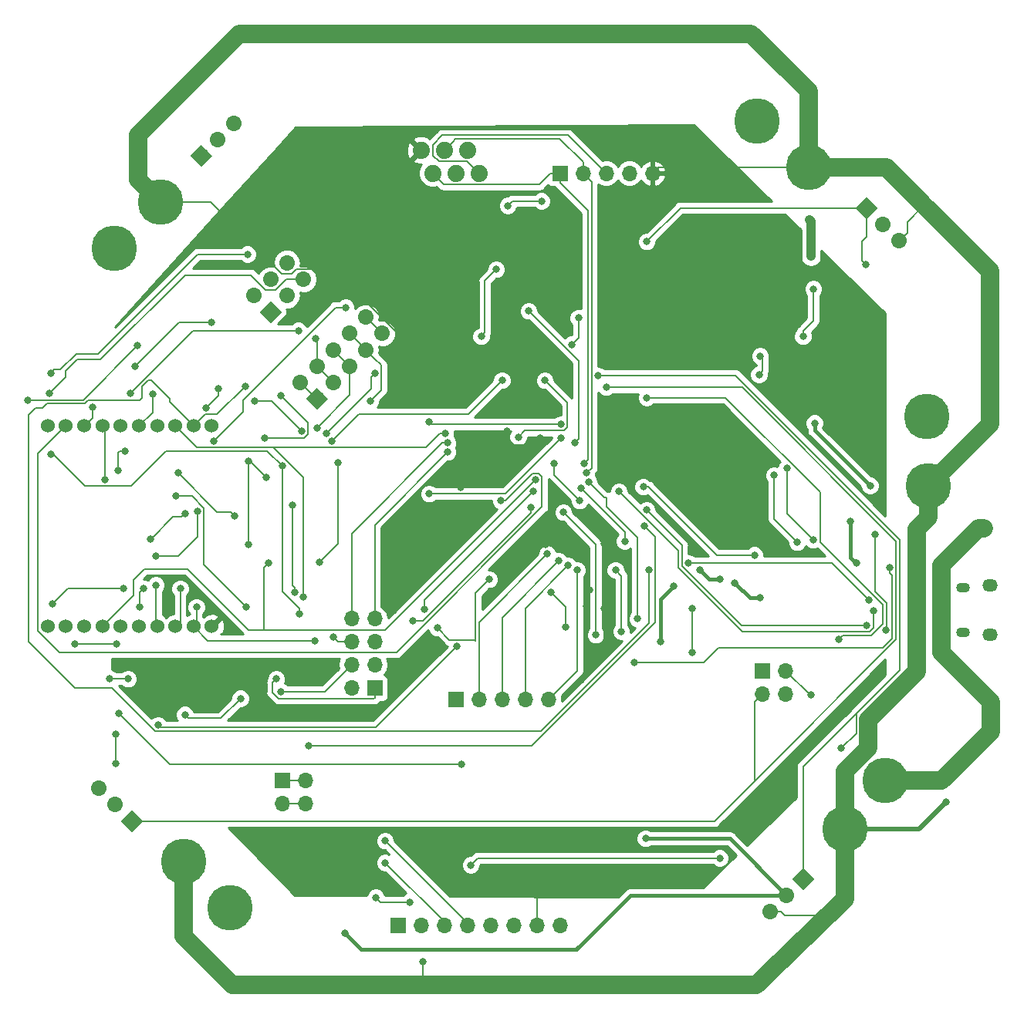
<source format=gbr>
G04 #@! TF.GenerationSoftware,KiCad,Pcbnew,5.0.1-33cea8e~68~ubuntu18.04.1*
G04 #@! TF.CreationDate,2018-12-09T11:33:24-08:00*
G04 #@! TF.ProjectId,quad_copter_pcb,717561645F636F707465725F7063622E,rev?*
G04 #@! TF.SameCoordinates,Original*
G04 #@! TF.FileFunction,Copper,L2,Bot,Signal*
G04 #@! TF.FilePolarity,Positive*
%FSLAX46Y46*%
G04 Gerber Fmt 4.6, Leading zero omitted, Abs format (unit mm)*
G04 Created by KiCad (PCBNEW 5.0.1-33cea8e~68~ubuntu18.04.1) date Sun 09 Dec 2018 11:33:24 AM PST*
%MOMM*%
%LPD*%
G01*
G04 APERTURE LIST*
G04 #@! TA.AperFunction,ComponentPad*
%ADD10C,5.000000*%
G04 #@! TD*
G04 #@! TA.AperFunction,ComponentPad*
%ADD11C,1.700000*%
G04 #@! TD*
G04 #@! TA.AperFunction,Conductor*
%ADD12C,0.100000*%
G04 #@! TD*
G04 #@! TA.AperFunction,Conductor*
%ADD13C,1.700000*%
G04 #@! TD*
G04 #@! TA.AperFunction,ComponentPad*
%ADD14O,1.700000X1.700000*%
G04 #@! TD*
G04 #@! TA.AperFunction,ComponentPad*
%ADD15R,1.700000X1.700000*%
G04 #@! TD*
G04 #@! TA.AperFunction,ComponentPad*
%ADD16O,1.500000X1.100000*%
G04 #@! TD*
G04 #@! TA.AperFunction,ComponentPad*
%ADD17O,1.700000X1.350000*%
G04 #@! TD*
G04 #@! TA.AperFunction,ComponentPad*
%ADD18C,1.879600*%
G04 #@! TD*
G04 #@! TA.AperFunction,ComponentPad*
%ADD19C,1.524000*%
G04 #@! TD*
G04 #@! TA.AperFunction,ViaPad*
%ADD20C,0.800000*%
G04 #@! TD*
G04 #@! TA.AperFunction,Conductor*
%ADD21C,0.200000*%
G04 #@! TD*
G04 #@! TA.AperFunction,Conductor*
%ADD22C,1.000000*%
G04 #@! TD*
G04 #@! TA.AperFunction,Conductor*
%ADD23C,2.000000*%
G04 #@! TD*
G04 #@! TA.AperFunction,Conductor*
%ADD24C,0.500000*%
G04 #@! TD*
G04 #@! TA.AperFunction,Conductor*
%ADD25C,0.400000*%
G04 #@! TD*
G04 #@! TA.AperFunction,Conductor*
%ADD26C,0.254000*%
G04 #@! TD*
G04 APERTURE END LIST*
D10*
G04 #@! TO.P,H1,1*
G04 #@! TO.N,VBATT*
X192786000Y-82677000D03*
G04 #@! TD*
G04 #@! TO.P,H2,1*
G04 #@! TO.N,GND*
X192913000Y-90297000D03*
G04 #@! TD*
G04 #@! TO.P,H3,1*
G04 #@! TO.N,VBATT*
X103632000Y-64262000D03*
G04 #@! TD*
G04 #@! TO.P,H4,1*
G04 #@! TO.N,GND*
X108712000Y-59182000D03*
G04 #@! TD*
G04 #@! TO.P,H5,1*
G04 #@! TO.N,VBATT*
X116332000Y-136652000D03*
G04 #@! TD*
G04 #@! TO.P,H6,1*
G04 #@! TO.N,GND*
X111252000Y-131572000D03*
G04 #@! TD*
G04 #@! TO.P,H7,1*
G04 #@! TO.N,VBATT*
X188214000Y-122682000D03*
G04 #@! TD*
G04 #@! TO.P,H8,1*
G04 #@! TO.N,GND*
X183769000Y-128016000D03*
G04 #@! TD*
G04 #@! TO.P,H9,1*
G04 #@! TO.N,VBATT*
X174117000Y-50292000D03*
G04 #@! TD*
G04 #@! TO.P,H10,1*
G04 #@! TO.N,GND*
X179832000Y-55372000D03*
G04 #@! TD*
D11*
G04 #@! TO.P,J1,1*
G04 #@! TO.N,MOTOR1_PWM*
X113157000Y-54102000D03*
D12*
G04 #@! TD*
G04 #@! TO.N,MOTOR1_PWM*
G04 #@! TO.C,J1*
G36*
X114359082Y-54102000D02*
X113157000Y-55304082D01*
X111954918Y-54102000D01*
X113157000Y-52899918D01*
X114359082Y-54102000D01*
X114359082Y-54102000D01*
G37*
D11*
G04 #@! TO.P,J1,2*
G04 #@! TO.N,VDD3.3*
X114953051Y-52305949D03*
D13*
G04 #@! TD*
G04 #@! TO.N,VDD3.3*
G04 #@! TO.C,J1*
X114953051Y-52305949D02*
X114953051Y-52305949D01*
D11*
G04 #@! TO.P,J1,3*
G04 #@! TO.N,GND*
X116749102Y-50509898D03*
D13*
G04 #@! TD*
G04 #@! TO.N,GND*
G04 #@! TO.C,J1*
X116749102Y-50509898D02*
X116749102Y-50509898D01*
D11*
G04 #@! TO.P,J2,3*
G04 #@! TO.N,GND*
X101944898Y-123534898D03*
D13*
G04 #@! TD*
G04 #@! TO.N,GND*
G04 #@! TO.C,J2*
X101944898Y-123534898D02*
X101944898Y-123534898D01*
D11*
G04 #@! TO.P,J2,2*
G04 #@! TO.N,VDD3.3*
X103740949Y-125330949D03*
D13*
G04 #@! TD*
G04 #@! TO.N,VDD3.3*
G04 #@! TO.C,J2*
X103740949Y-125330949D02*
X103740949Y-125330949D01*
D11*
G04 #@! TO.P,J2,1*
G04 #@! TO.N,MOTOR2_PWM*
X105537000Y-127127000D03*
D12*
G04 #@! TD*
G04 #@! TO.N,MOTOR2_PWM*
G04 #@! TO.C,J2*
G36*
X105537000Y-125924918D02*
X106739082Y-127127000D01*
X105537000Y-128329082D01*
X104334918Y-127127000D01*
X105537000Y-125924918D01*
X105537000Y-125924918D01*
G37*
D11*
G04 #@! TO.P,J3,3*
G04 #@! TO.N,GND*
X175604898Y-137069102D03*
D13*
G04 #@! TD*
G04 #@! TO.N,GND*
G04 #@! TO.C,J3*
X175604898Y-137069102D02*
X175604898Y-137069102D01*
D11*
G04 #@! TO.P,J3,2*
G04 #@! TO.N,VDD3.3*
X177400949Y-135273051D03*
D13*
G04 #@! TD*
G04 #@! TO.N,VDD3.3*
G04 #@! TO.C,J3*
X177400949Y-135273051D02*
X177400949Y-135273051D01*
D11*
G04 #@! TO.P,J3,1*
G04 #@! TO.N,MOTOR3_PWM*
X179197000Y-133477000D03*
D12*
G04 #@! TD*
G04 #@! TO.N,MOTOR3_PWM*
G04 #@! TO.C,J3*
G36*
X177994918Y-133477000D02*
X179197000Y-132274918D01*
X180399082Y-133477000D01*
X179197000Y-134679082D01*
X177994918Y-133477000D01*
X177994918Y-133477000D01*
G37*
D11*
G04 #@! TO.P,J4,1*
G04 #@! TO.N,MOTOR4_PWM*
X186182000Y-59817000D03*
D12*
G04 #@! TD*
G04 #@! TO.N,MOTOR4_PWM*
G04 #@! TO.C,J4*
G36*
X186182000Y-61019082D02*
X184979918Y-59817000D01*
X186182000Y-58614918D01*
X187384082Y-59817000D01*
X186182000Y-61019082D01*
X186182000Y-61019082D01*
G37*
D11*
G04 #@! TO.P,J4,2*
G04 #@! TO.N,VDD3.3*
X187978051Y-61613051D03*
D13*
G04 #@! TD*
G04 #@! TO.N,VDD3.3*
G04 #@! TO.C,J4*
X187978051Y-61613051D02*
X187978051Y-61613051D01*
D11*
G04 #@! TO.P,J4,3*
G04 #@! TO.N,GND*
X189774102Y-63409102D03*
D13*
G04 #@! TD*
G04 #@! TO.N,GND*
G04 #@! TO.C,J4*
X189774102Y-63409102D02*
X189774102Y-63409102D01*
D11*
G04 #@! TO.P,J5,1*
G04 #@! TO.N,SPI_ATTN_INT_L*
X125857000Y-80772000D03*
D12*
G04 #@! TD*
G04 #@! TO.N,SPI_ATTN_INT_L*
G04 #@! TO.C,J5*
G36*
X127059082Y-80772000D02*
X125857000Y-81974082D01*
X124654918Y-80772000D01*
X125857000Y-79569918D01*
X127059082Y-80772000D01*
X127059082Y-80772000D01*
G37*
D11*
G04 #@! TO.P,J5,2*
G04 #@! TO.N,SPI_ATTN_INT_L*
X124060949Y-78975949D03*
D13*
G04 #@! TD*
G04 #@! TO.N,SPI_ATTN_INT_L*
G04 #@! TO.C,J5*
X124060949Y-78975949D02*
X124060949Y-78975949D01*
D11*
G04 #@! TO.P,J5,3*
G04 #@! TO.N,SS2_CSL_2*
X127653051Y-78975949D03*
D13*
G04 #@! TD*
G04 #@! TO.N,SS2_CSL_2*
G04 #@! TO.C,J5*
X127653051Y-78975949D02*
X127653051Y-78975949D01*
D11*
G04 #@! TO.P,J5,4*
G04 #@! TO.N,SS2_CSL_2*
X125857000Y-77179898D03*
D13*
G04 #@! TD*
G04 #@! TO.N,SS2_CSL_2*
G04 #@! TO.C,J5*
X125857000Y-77179898D02*
X125857000Y-77179898D01*
D11*
G04 #@! TO.P,J5,5*
G04 #@! TO.N,SDO2_MOSI_2*
X129449102Y-77179898D03*
D13*
G04 #@! TD*
G04 #@! TO.N,SDO2_MOSI_2*
G04 #@! TO.C,J5*
X129449102Y-77179898D02*
X129449102Y-77179898D01*
D11*
G04 #@! TO.P,J5,6*
G04 #@! TO.N,SDO2_MOSI_2*
X127653051Y-75383846D03*
D13*
G04 #@! TD*
G04 #@! TO.N,SDO2_MOSI_2*
G04 #@! TO.C,J5*
X127653051Y-75383846D02*
X127653051Y-75383846D01*
D11*
G04 #@! TO.P,J5,7*
G04 #@! TO.N,SDI2_MISO_2*
X131245154Y-75383846D03*
D13*
G04 #@! TD*
G04 #@! TO.N,SDI2_MISO_2*
G04 #@! TO.C,J5*
X131245154Y-75383846D02*
X131245154Y-75383846D01*
D11*
G04 #@! TO.P,J5,8*
G04 #@! TO.N,SDI2_MISO_2*
X129449102Y-73587795D03*
D13*
G04 #@! TD*
G04 #@! TO.N,SDI2_MISO_2*
G04 #@! TO.C,J5*
X129449102Y-73587795D02*
X129449102Y-73587795D01*
D11*
G04 #@! TO.P,J5,9*
G04 #@! TO.N,SCK2_SCLK_2*
X133041205Y-73587795D03*
D13*
G04 #@! TD*
G04 #@! TO.N,SCK2_SCLK_2*
G04 #@! TO.C,J5*
X133041205Y-73587795D02*
X133041205Y-73587795D01*
D11*
G04 #@! TO.P,J5,10*
G04 #@! TO.N,SCK2_SCLK_2*
X131245154Y-71791744D03*
D13*
G04 #@! TD*
G04 #@! TO.N,SCK2_SCLK_2*
G04 #@! TO.C,J5*
X131245154Y-71791744D02*
X131245154Y-71791744D01*
D14*
G04 #@! TO.P,J6,4*
G04 #@! TO.N,I2C1_SCL1*
X124587000Y-125222000D03*
G04 #@! TO.P,J6,3*
X122047000Y-125222000D03*
G04 #@! TO.P,J6,2*
G04 #@! TO.N,I2C1_SDA1*
X124587000Y-122682000D03*
D15*
G04 #@! TO.P,J6,1*
X122047000Y-122682000D03*
G04 #@! TD*
D14*
G04 #@! TO.P,J7,5*
G04 #@! TO.N,GND*
X162687000Y-56007000D03*
G04 #@! TO.P,J7,4*
G04 #@! TO.N,VDD3.3*
X160147000Y-56007000D03*
G04 #@! TO.P,J7,3*
G04 #@! TO.N,MCLR*
X157607000Y-56007000D03*
G04 #@! TO.P,J7,2*
G04 #@! TO.N,PGD*
X155067000Y-56007000D03*
D15*
G04 #@! TO.P,J7,1*
G04 #@! TO.N,PGC*
X152527000Y-56007000D03*
G04 #@! TD*
G04 #@! TO.P,J8,1*
G04 #@! TO.N,RE1*
X132207000Y-112522000D03*
D14*
G04 #@! TO.P,J8,2*
G04 #@! TO.N,RE0*
X129667000Y-112522000D03*
G04 #@! TO.P,J8,3*
G04 #@! TO.N,RE3*
X132207000Y-109982000D03*
G04 #@! TO.P,J8,4*
G04 #@! TO.N,RE2*
X129667000Y-109982000D03*
G04 #@! TO.P,J8,5*
G04 #@! TO.N,RE5*
X132207000Y-107442000D03*
G04 #@! TO.P,J8,6*
G04 #@! TO.N,RE4*
X129667000Y-107442000D03*
G04 #@! TO.P,J8,7*
G04 #@! TO.N,RE7*
X132207000Y-104902000D03*
G04 #@! TO.P,J8,8*
G04 #@! TO.N,RE6*
X129667000Y-104902000D03*
G04 #@! TD*
D15*
G04 #@! TO.P,J9,1*
G04 #@! TO.N,MOTOR1_PWM*
X174752000Y-110617000D03*
D14*
G04 #@! TO.P,J9,2*
G04 #@! TO.N,MOTOR3_PWM*
X177292000Y-110617000D03*
G04 #@! TO.P,J9,3*
G04 #@! TO.N,MOTOR2_PWM*
X174752000Y-113157000D03*
G04 #@! TO.P,J9,4*
G04 #@! TO.N,MOTOR4_PWM*
X177292000Y-113157000D03*
G04 #@! TD*
D11*
G04 #@! TO.P,J10,1*
G04 #@! TO.N,U1CTS*
X120777000Y-71247000D03*
D12*
G04 #@! TD*
G04 #@! TO.N,U1CTS*
G04 #@! TO.C,J10*
G36*
X121979082Y-71247000D02*
X120777000Y-72449082D01*
X119574918Y-71247000D01*
X120777000Y-70044918D01*
X121979082Y-71247000D01*
X121979082Y-71247000D01*
G37*
D11*
G04 #@! TO.P,J10,2*
G04 #@! TO.N,U1RX*
X118980949Y-69450949D03*
D13*
G04 #@! TD*
G04 #@! TO.N,U1RX*
G04 #@! TO.C,J10*
X118980949Y-69450949D02*
X118980949Y-69450949D01*
D11*
G04 #@! TO.P,J10,3*
G04 #@! TO.N,U1RTS*
X122573051Y-69450949D03*
D13*
G04 #@! TD*
G04 #@! TO.N,U1RTS*
G04 #@! TO.C,J10*
X122573051Y-69450949D02*
X122573051Y-69450949D01*
D11*
G04 #@! TO.P,J10,4*
G04 #@! TO.N,U1TX*
X120777000Y-67654898D03*
D13*
G04 #@! TD*
G04 #@! TO.N,U1TX*
G04 #@! TO.C,J10*
X120777000Y-67654898D02*
X120777000Y-67654898D01*
D11*
G04 #@! TO.P,J10,5*
G04 #@! TO.N,XBEE_RESET*
X124369102Y-67654898D03*
D13*
G04 #@! TD*
G04 #@! TO.N,XBEE_RESET*
G04 #@! TO.C,J10*
X124369102Y-67654898D02*
X124369102Y-67654898D01*
D11*
G04 #@! TO.P,J10,6*
G04 #@! TO.N,Net-(J10-Pad6)*
X122573051Y-65858846D03*
D13*
G04 #@! TD*
G04 #@! TO.N,Net-(J10-Pad6)*
G04 #@! TO.C,J10*
X122573051Y-65858846D02*
X122573051Y-65858846D01*
D15*
G04 #@! TO.P,J11,1*
G04 #@! TO.N,VBATT_SCALED*
X141097000Y-113792000D03*
D14*
G04 #@! TO.P,J11,2*
G04 #@! TO.N,AN12*
X143637000Y-113792000D03*
G04 #@! TO.P,J11,3*
G04 #@! TO.N,AN13*
X146177000Y-113792000D03*
G04 #@! TO.P,J11,4*
G04 #@! TO.N,AN14*
X148717000Y-113792000D03*
G04 #@! TO.P,J11,5*
G04 #@! TO.N,AN15*
X151257000Y-113792000D03*
G04 #@! TD*
D16*
G04 #@! TO.P,J12,6*
G04 #@! TO.N,GND*
X196743000Y-106377000D03*
X196743000Y-101537000D03*
D17*
X199743000Y-106687000D03*
X199743000Y-101227000D03*
G04 #@! TD*
D18*
G04 #@! TO.P,JP1,1*
G04 #@! TO.N,MCLR*
X143637000Y-56007000D03*
G04 #@! TO.P,JP1,2*
G04 #@! TO.N,VDD3.3*
X142367000Y-53467000D03*
G04 #@! TO.P,JP1,3*
G04 #@! TO.N,GND*
X141097000Y-56007000D03*
G04 #@! TO.P,JP1,4*
G04 #@! TO.N,PGD*
X139827000Y-53467000D03*
G04 #@! TO.P,JP1,5*
G04 #@! TO.N,PGC*
X138557000Y-56007000D03*
G04 #@! TO.P,JP1,6*
G04 #@! TO.N,GND*
X137287000Y-53467000D03*
G04 #@! TD*
D19*
G04 #@! TO.P,JP2,1*
G04 #@! TO.N,VDD3.3*
X96332040Y-105740200D03*
G04 #@! TO.P,JP2,2*
G04 #@! TO.N,U1RX*
X98333560Y-105740200D03*
G04 #@! TO.P,JP2,3*
G04 #@! TO.N,U1TX*
X100332540Y-105740200D03*
G04 #@! TO.P,JP2,4*
G04 #@! TO.N,SDI2_MISO_2*
X102334060Y-105740200D03*
G04 #@! TO.P,JP2,5*
G04 #@! TO.N,XBEE_RESET*
X104333040Y-105740200D03*
G04 #@! TO.P,JP2,6*
G04 #@! TO.N,Net-(JP2-Pad6)*
X106332020Y-105740200D03*
G04 #@! TO.P,JP2,7*
G04 #@! TO.N,RE2*
X108333540Y-105740200D03*
G04 #@! TO.P,JP2,8*
G04 #@! TO.N,RE1*
X110332520Y-105740200D03*
G04 #@! TO.P,JP2,9*
G04 #@! TO.N,RE0*
X112334040Y-105740200D03*
G04 #@! TO.P,JP2,10*
G04 #@! TO.N,GND*
X114333020Y-105740200D03*
G04 #@! TO.P,JP2,11*
G04 #@! TO.N,SDO2_MOSI_2*
X114333020Y-83743800D03*
G04 #@! TO.P,JP2,12*
G04 #@! TO.N,U1RTS*
X112334040Y-83743800D03*
G04 #@! TO.P,JP2,13*
G04 #@! TO.N,RE5*
X110332520Y-83743800D03*
G04 #@! TO.P,JP2,14*
G04 #@! TO.N,RE4*
X108333540Y-83743800D03*
G04 #@! TO.P,JP2,15*
G04 #@! TO.N,Net-(JP2-Pad15)*
X106332020Y-83743800D03*
G04 #@! TO.P,JP2,16*
G04 #@! TO.N,U1CTS*
X104333040Y-83743800D03*
G04 #@! TO.P,JP2,17*
G04 #@! TO.N,SS2_CSL_2*
X102334060Y-83743800D03*
G04 #@! TO.P,JP2,18*
G04 #@! TO.N,SCK2_SCLK_2*
X100332540Y-83743800D03*
G04 #@! TO.P,JP2,19*
G04 #@! TO.N,SPI_ATTN_INT_L*
X98333560Y-83743800D03*
G04 #@! TO.P,JP2,20*
G04 #@! TO.N,RE3*
X96332040Y-83743800D03*
G04 #@! TD*
D15*
G04 #@! TO.P,U3,1*
G04 #@! TO.N,VDD3.3*
X134747000Y-138557000D03*
D14*
G04 #@! TO.P,U3,2*
G04 #@! TO.N,GND*
X137287000Y-138557000D03*
G04 #@! TO.P,U3,3*
G04 #@! TO.N,I2C1_SCL1*
X139827000Y-138557000D03*
G04 #@! TO.P,U3,4*
G04 #@! TO.N,I2C1_SDA1*
X142367000Y-138557000D03*
G04 #@! TO.P,U3,5*
G04 #@! TO.N,GND*
X144907000Y-138557000D03*
G04 #@! TO.P,U3,6*
X147447000Y-138557000D03*
G04 #@! TO.P,U3,7*
X149987000Y-138557000D03*
G04 #@! TO.P,U3,8*
G04 #@! TO.N,INT1*
X152527000Y-138557000D03*
G04 #@! TD*
D20*
G04 #@! TO.N,VBATT*
X174371000Y-78105000D03*
X174498000Y-76073000D03*
X132334000Y-135509000D03*
X136017000Y-136017000D03*
X142748000Y-131953000D03*
X170053000Y-131191000D03*
X180086000Y-65125600D03*
X179882800Y-61112400D03*
X199034400Y-94996000D03*
G04 #@! TO.N,GND*
X149522000Y-97028000D03*
X150922000Y-96774000D03*
X138430000Y-81153000D03*
X140589000Y-75565000D03*
X103759000Y-120777000D03*
X103759000Y-117602000D03*
X116205000Y-110871000D03*
X118110000Y-110109000D03*
X111506000Y-112522000D03*
X161925000Y-60071000D03*
X162814000Y-61468000D03*
X136144000Y-92329000D03*
X139192000Y-98933000D03*
X141478000Y-95377000D03*
X157607000Y-98806000D03*
X157353000Y-103759000D03*
X155448000Y-103505000D03*
X155764000Y-101727000D03*
X124206000Y-109728000D03*
X134239000Y-104013000D03*
X141655475Y-90474475D03*
X139954000Y-88773000D03*
X146177000Y-85852000D03*
X150368000Y-85090000D03*
X141097000Y-73660000D03*
X143002000Y-72920011D03*
X157353000Y-96647000D03*
X154813000Y-111633000D03*
X150876000Y-133096000D03*
X139192000Y-93599000D03*
X146685000Y-84328000D03*
X160274000Y-84201000D03*
X158750000Y-82423000D03*
X137515600Y-142595600D03*
X194919600Y-125069600D03*
G04 #@! TO.N,VDD3.3*
X147968025Y-84949975D03*
X150876000Y-78740000D03*
X144780000Y-100584000D03*
X139065000Y-105918000D03*
X143891000Y-73914000D03*
X145542000Y-66548000D03*
X146812000Y-59563000D03*
X150495000Y-59055000D03*
X158623000Y-99568000D03*
X159258000Y-106299000D03*
X180467000Y-83439000D03*
X186563000Y-90297000D03*
X184404000Y-94234000D03*
X185039000Y-98806000D03*
X174498000Y-102616000D03*
X171704000Y-100965000D03*
X170053000Y-100584000D03*
X167894000Y-99568000D03*
X164973000Y-101346000D03*
X163576000Y-107442000D03*
X161925000Y-129032000D03*
X154813000Y-90547999D03*
X159639000Y-96393000D03*
X161671000Y-90424000D03*
X173863000Y-97917000D03*
X151511000Y-101981000D03*
X153162000Y-105791000D03*
X128905000Y-139446000D03*
G04 #@! TO.N,SOSCO*
X152654000Y-83566000D03*
X138176000Y-83312000D03*
G04 #@! TO.N,SOSCI*
X138176000Y-91186000D03*
X152654000Y-85090000D03*
G04 #@! TO.N,Net-(D2-Pad2)*
X103124000Y-111506000D03*
X105156000Y-111506000D03*
G04 #@! TO.N,Net-(D3-Pad2)*
X105918000Y-77216000D03*
X114300000Y-72390000D03*
G04 #@! TO.N,MOTOR1_PWM*
X183134000Y-107188000D03*
X162052000Y-80645000D03*
G04 #@! TO.N,MOTOR2_PWM*
X157607000Y-79502000D03*
G04 #@! TO.N,MOTOR3_PWM*
X156718000Y-78232000D03*
X180086000Y-113284000D03*
X183388000Y-119126000D03*
G04 #@! TO.N,MOTOR4_PWM*
X153797000Y-74803000D03*
X154559000Y-71882000D03*
X162052000Y-63500000D03*
X188276000Y-106172000D03*
X187071000Y-95631000D03*
X186055000Y-66040000D03*
G04 #@! TO.N,SPI_ATTN_INT_L*
X146050000Y-91948000D03*
X121920000Y-80391000D03*
X120142000Y-85090000D03*
X104775000Y-86487000D03*
X104013000Y-88646000D03*
G04 #@! TO.N,SS2_CSL_2*
X149352000Y-92710000D03*
X136398000Y-105156000D03*
X102616000Y-89662000D03*
X125730000Y-74168000D03*
X123825000Y-73279000D03*
X105410000Y-80137000D03*
G04 #@! TO.N,SDO2_MOSI_2*
X149606000Y-90932000D03*
X137668000Y-103886000D03*
X118364000Y-96774000D03*
X118364000Y-87630000D03*
X125857000Y-83947000D03*
X120269000Y-89408000D03*
G04 #@! TO.N,SDI2_MISO_2*
X149860000Y-89662000D03*
X120523000Y-98806000D03*
X126111000Y-98679000D03*
X128143000Y-87757000D03*
X131699000Y-81026000D03*
G04 #@! TO.N,SCK2_SCLK_2*
X96647000Y-77978000D03*
X101219000Y-81661000D03*
X118237000Y-64897000D03*
G04 #@! TO.N,I2C1_SCL1*
X176022000Y-89154000D03*
X178562000Y-96520000D03*
X167005000Y-103759000D03*
X167005000Y-108585000D03*
X133350000Y-131699000D03*
G04 #@! TO.N,I2C1_SDA1*
X177419000Y-88392000D03*
X180340000Y-96266000D03*
X188722000Y-99314000D03*
X160655000Y-109728000D03*
X133350000Y-129286000D03*
G04 #@! TO.N,MCLR*
X154178000Y-85598000D03*
X149098000Y-71120000D03*
G04 #@! TO.N,PGD*
X155448000Y-88900000D03*
G04 #@! TO.N,PGC*
X155194000Y-87884000D03*
G04 #@! TO.N,RE1*
X121412000Y-111506000D03*
X146177000Y-78740000D03*
X127508000Y-85406000D03*
X111379000Y-93345000D03*
X107569000Y-96139000D03*
X110871000Y-101600000D03*
G04 #@! TO.N,RE0*
X125603000Y-107315000D03*
X129032000Y-70739000D03*
X114554000Y-85406000D03*
X110363000Y-91440000D03*
X118110000Y-103632000D03*
X112649000Y-103632000D03*
G04 #@! TO.N,RE3*
X132207000Y-77978000D03*
X126873000Y-84582000D03*
X122047000Y-88138000D03*
X96647000Y-86868000D03*
X123952000Y-104394000D03*
G04 #@! TO.N,RE2*
X118999000Y-81026000D03*
X124206000Y-84328000D03*
X112776000Y-93091000D03*
X108204000Y-98044000D03*
X108204000Y-101219000D03*
X121920000Y-112903000D03*
G04 #@! TO.N,RE5*
X139954000Y-84582000D03*
X124333000Y-102489000D03*
G04 #@! TO.N,RE4*
X115062000Y-79629000D03*
X113665000Y-81788000D03*
X127635000Y-106934000D03*
X123436477Y-102046000D03*
X123190000Y-92456000D03*
X116840000Y-93599000D03*
X110617000Y-88900000D03*
G04 #@! TO.N,RE7*
X140208000Y-86614000D03*
G04 #@! TO.N,RE6*
X140208000Y-85598000D03*
G04 #@! TO.N,U1CTS*
X154686000Y-91948000D03*
X151892000Y-87884000D03*
G04 #@! TO.N,U1RX*
X152908000Y-93218000D03*
X156464000Y-106680000D03*
X141732000Y-120904000D03*
X104140000Y-115316000D03*
X106172000Y-74930000D03*
X94172000Y-80899000D03*
G04 #@! TO.N,U1RTS*
X162306000Y-99568000D03*
X117983000Y-79375000D03*
G04 #@! TO.N,U1TX*
X161798000Y-94742000D03*
X124968000Y-118872000D03*
G04 #@! TO.N,XBEE_RESET*
X141224000Y-107950000D03*
X108458000Y-116586000D03*
X96520000Y-80137000D03*
X96877195Y-103274805D03*
X104648000Y-101600000D03*
X106807000Y-101600000D03*
X106426000Y-103632000D03*
G04 #@! TO.N,VBATT_SCALED*
X179197000Y-73914000D03*
X180340000Y-68707000D03*
G04 #@! TO.N,AN12*
X151130000Y-97790000D03*
G04 #@! TO.N,AN13*
X152400000Y-98552000D03*
G04 #@! TO.N,AN14*
X153416000Y-99060000D03*
G04 #@! TO.N,AN15*
X154432000Y-99568000D03*
G04 #@! TO.N,USB_BUS*
X162052000Y-92964000D03*
X186182000Y-105664000D03*
G04 #@! TO.N,USB_D-*
X155702000Y-89916000D03*
X161036000Y-104902000D03*
G04 #@! TO.N,USB_D+*
X159004000Y-90932000D03*
X186944000Y-104007000D03*
G04 #@! TO.N,USB_ID*
X166624000Y-98806000D03*
X186436000Y-102870000D03*
G04 #@! TO.N,Net-(JP2-Pad6)*
X103886000Y-107696000D03*
X99314000Y-107696000D03*
G04 #@! TO.N,Net-(JP2-Pad15)*
X107823000Y-80264000D03*
G04 #@! TO.N,Net-(R7-Pad1)*
X111379000Y-115443000D03*
X117475000Y-113665000D03*
G04 #@! TD*
D21*
G04 #@! TO.N,VBATT*
X174770999Y-77705001D02*
X174770999Y-76308001D01*
X174371000Y-78105000D02*
X174770999Y-77705001D01*
X174770999Y-76308001D02*
X174535998Y-76073000D01*
X174535998Y-76073000D02*
X174498000Y-76073000D01*
X132334000Y-135509000D02*
X132842000Y-136017000D01*
X132842000Y-136017000D02*
X136017000Y-136017000D01*
X142748000Y-131953000D02*
X143510000Y-131191000D01*
X143510000Y-131191000D02*
X170053000Y-131191000D01*
D22*
X193802000Y-81661000D02*
X192786000Y-82677000D01*
X180086000Y-65125600D02*
X180086000Y-64559915D01*
X180086000Y-64559915D02*
X180086000Y-61315600D01*
X180086000Y-61315600D02*
X179882800Y-61112400D01*
D23*
X194411600Y-122682000D02*
X188214000Y-122682000D01*
X194411600Y-99053115D02*
X194411600Y-108610400D01*
X198468715Y-94996000D02*
X194411600Y-99053115D01*
X199034400Y-94996000D02*
X198468715Y-94996000D01*
X194411600Y-108610400D02*
X199796400Y-113995200D01*
X199796400Y-113995200D02*
X199796400Y-117297200D01*
X199796400Y-117297200D02*
X194411600Y-122682000D01*
D21*
G04 #@! TO.N,GND*
X149522000Y-97028000D02*
X150668000Y-97028000D01*
X150668000Y-97028000D02*
X150922000Y-96774000D01*
X127660309Y-66504897D02*
X140462000Y-79306588D01*
X123629002Y-66504897D02*
X127660309Y-66504897D01*
X123125052Y-67008847D02*
X123629002Y-66504897D01*
X122021050Y-67008847D02*
X123125052Y-67008847D01*
X108712000Y-59182000D02*
X114194203Y-59182000D01*
X114194203Y-59182000D02*
X122021050Y-67008847D01*
X140462000Y-79306588D02*
X140276412Y-79306588D01*
X140276412Y-79306588D02*
X138430000Y-81153000D01*
X140276412Y-76443273D02*
X140276412Y-79306588D01*
X140589000Y-76130685D02*
X140276412Y-76443273D01*
X140589000Y-75565000D02*
X140589000Y-76130685D01*
X103759000Y-120777000D02*
X103759000Y-117602000D01*
X116205000Y-110871000D02*
X116967000Y-110109000D01*
X116967000Y-110109000D02*
X118110000Y-110109000D01*
X115639315Y-110871000D02*
X113988315Y-112522000D01*
X116205000Y-110871000D02*
X115639315Y-110871000D01*
X113988315Y-112522000D02*
X111506000Y-112522000D01*
X162687000Y-59309000D02*
X162687000Y-56007000D01*
X161925000Y-60071000D02*
X162687000Y-59309000D01*
X163322000Y-55372000D02*
X162687000Y-56007000D01*
X179832000Y-55372000D02*
X163322000Y-55372000D01*
X179832000Y-55372000D02*
X168910000Y-55372000D01*
X168910000Y-55372000D02*
X162814000Y-61468000D01*
X139192000Y-95377000D02*
X139192000Y-98933000D01*
X139192000Y-95377000D02*
X138938000Y-95123000D01*
X141478000Y-95377000D02*
X139192000Y-95377000D01*
X157607000Y-98806000D02*
X157607000Y-103505000D01*
X157607000Y-103505000D02*
X157353000Y-103759000D01*
X155448000Y-103505000D02*
X155448000Y-102043000D01*
X155448000Y-102043000D02*
X155764000Y-101727000D01*
X118110000Y-110109000D02*
X123825000Y-110109000D01*
X123825000Y-110109000D02*
X124206000Y-109728000D01*
X134239000Y-104013000D02*
X134638999Y-103613001D01*
X134638999Y-103613001D02*
X134638999Y-96628001D01*
X136144000Y-92329000D02*
X137541000Y-93726000D01*
X134638999Y-96628001D02*
X137541000Y-93726000D01*
X141655475Y-90474475D02*
X141255476Y-90074476D01*
X141255476Y-90074476D02*
X139954000Y-88773000D01*
X146177000Y-85852000D02*
X149606000Y-85852000D01*
X149606000Y-85852000D02*
X150368000Y-85090000D01*
X141097000Y-73660000D02*
X141836989Y-72920011D01*
X141836989Y-72920011D02*
X143002000Y-72920011D01*
X157353000Y-98552000D02*
X157607000Y-98806000D01*
X157353000Y-96647000D02*
X157353000Y-98552000D01*
X157353000Y-103759000D02*
X157353000Y-109093000D01*
X157353000Y-109093000D02*
X154813000Y-111633000D01*
X149987000Y-133985000D02*
X149987000Y-138557000D01*
X150876000Y-133096000D02*
X149987000Y-133985000D01*
X138792001Y-94252999D02*
X138430000Y-94615000D01*
X138792001Y-93998999D02*
X138792001Y-94252999D01*
X139192000Y-93599000D02*
X138792001Y-93998999D01*
X137541000Y-93726000D02*
X138430000Y-94615000D01*
X138430000Y-94615000D02*
X138938000Y-95123000D01*
X146685000Y-85344000D02*
X146177000Y-85852000D01*
X146685000Y-84328000D02*
X146685000Y-85344000D01*
X159874001Y-83801001D02*
X159874001Y-83547001D01*
X160274000Y-84201000D02*
X159874001Y-83801001D01*
X159874001Y-83547001D02*
X158750000Y-82423000D01*
D23*
X199694800Y-83515200D02*
X192913000Y-90297000D01*
X199694800Y-66704816D02*
X199694800Y-83515200D01*
X179832000Y-55372000D02*
X188361984Y-55372000D01*
X192913000Y-93832533D02*
X191668400Y-95077133D01*
X192913000Y-90297000D02*
X192913000Y-93832533D01*
X183769000Y-124480467D02*
X183769000Y-128016000D01*
X183769000Y-121650998D02*
X183769000Y-124480467D01*
X186339010Y-116018788D02*
X186339010Y-119080988D01*
X191668400Y-110689398D02*
X186339010Y-116018788D01*
X186339010Y-119080988D02*
X183769000Y-121650998D01*
X191668400Y-95077133D02*
X191668400Y-110689398D01*
X183769000Y-131551533D02*
X183794400Y-131576933D01*
X183769000Y-128016000D02*
X183769000Y-131551533D01*
X183794400Y-131576933D02*
X183794400Y-135696941D01*
D21*
X177223982Y-137486105D02*
X181938971Y-137486105D01*
X176806979Y-137069102D02*
X177223982Y-137486105D01*
X175604898Y-137069102D02*
X176806979Y-137069102D01*
D23*
X111252000Y-131572000D02*
X111252000Y-139769479D01*
X111318847Y-139836326D02*
X111252000Y-139769479D01*
X111318847Y-139837600D02*
X111318847Y-139836326D01*
X111318847Y-139837600D02*
X116566047Y-145084800D01*
X183794400Y-135696941D02*
X181938970Y-137486105D01*
X174058842Y-145084800D02*
X181938970Y-137486105D01*
X181938970Y-137486105D02*
X181938971Y-137486105D01*
D21*
X137515600Y-145034000D02*
X137566400Y-145084800D01*
X137515600Y-142595600D02*
X137515600Y-145034000D01*
D23*
X116566047Y-145084800D02*
X137566400Y-145084800D01*
X137566400Y-145084800D02*
X174058842Y-145084800D01*
D24*
X191973200Y-128016000D02*
X183769000Y-128016000D01*
X194919600Y-125069600D02*
X191973200Y-128016000D01*
D23*
X106212001Y-56682001D02*
X106212001Y-51836489D01*
X108712000Y-59182000D02*
X106212001Y-56682001D01*
X106212001Y-51836489D02*
X117378480Y-40670010D01*
X173456740Y-40670010D02*
X177509880Y-44667880D01*
X117378480Y-40670010D02*
X173456740Y-40670010D01*
X179832000Y-46990000D02*
X179832000Y-55372000D01*
X177509880Y-44667880D02*
X179832000Y-46990000D01*
D21*
X190624101Y-61348315D02*
X192481200Y-59491216D01*
X190624101Y-62559103D02*
X190624101Y-61348315D01*
X189774102Y-63409102D02*
X190624101Y-62559103D01*
D23*
X188361984Y-55372000D02*
X192481200Y-59491216D01*
X192481200Y-59491216D02*
X199694800Y-66704816D01*
D21*
G04 #@! TO.N,VDD3.3*
X153354001Y-81218001D02*
X150876000Y-78740000D01*
X153354001Y-83902001D02*
X153354001Y-81218001D01*
X152990001Y-84266001D02*
X153354001Y-83902001D01*
X147968025Y-84949975D02*
X148651999Y-84266001D01*
X148651999Y-84266001D02*
X152990001Y-84266001D01*
X143236990Y-102127010D02*
X143236990Y-107334010D01*
X144780000Y-100584000D02*
X143236990Y-102127010D01*
X140396999Y-107249999D02*
X139065000Y-105918000D01*
X143236990Y-107334010D02*
X143152979Y-107249999D01*
X143152979Y-107249999D02*
X140396999Y-107249999D01*
X144290999Y-73514001D02*
X144290999Y-67799001D01*
X143891000Y-73914000D02*
X144290999Y-73514001D01*
X144290999Y-67799001D02*
X145542000Y-66548000D01*
X146812000Y-59563000D02*
X147320000Y-59055000D01*
X147320000Y-59055000D02*
X150495000Y-59055000D01*
X158623000Y-99568000D02*
X159258000Y-100203000D01*
X159258000Y-100203000D02*
X159258000Y-106299000D01*
X154813000Y-90547999D02*
X159639000Y-95373999D01*
X159639000Y-95373999D02*
X159639000Y-96393000D01*
X162236685Y-90424000D02*
X169729685Y-97917000D01*
X161671000Y-90424000D02*
X162236685Y-90424000D01*
X169729685Y-97917000D02*
X173863000Y-97917000D01*
X151511000Y-101981000D02*
X153162000Y-103632000D01*
X153162000Y-103632000D02*
X153162000Y-105791000D01*
D25*
X180467000Y-84201000D02*
X186563000Y-90297000D01*
X180467000Y-83439000D02*
X180467000Y-84201000D01*
X184404000Y-98171000D02*
X185039000Y-98806000D01*
X184404000Y-94234000D02*
X184404000Y-98171000D01*
X173355000Y-102616000D02*
X171704000Y-100965000D01*
X174498000Y-102616000D02*
X173355000Y-102616000D01*
X168910000Y-100584000D02*
X167894000Y-99568000D01*
X170053000Y-100584000D02*
X168910000Y-100584000D01*
X163576000Y-102743000D02*
X163576000Y-107442000D01*
X164973000Y-101346000D02*
X163576000Y-102743000D01*
X171159898Y-129032000D02*
X177400949Y-135273051D01*
X161925000Y-129032000D02*
X171159898Y-129032000D01*
X177400949Y-135273051D02*
X160255949Y-135273051D01*
D21*
X154305000Y-141224000D02*
X154381200Y-141147800D01*
D25*
X154305000Y-141224000D02*
X154736800Y-140792200D01*
X130683000Y-141224000D02*
X154305000Y-141224000D01*
X128905000Y-139446000D02*
X130683000Y-141224000D01*
X160255949Y-135273051D02*
X154736800Y-140792200D01*
X154736800Y-140792200D02*
X154381200Y-141147800D01*
D21*
G04 #@! TO.N,SOSCO*
X152654000Y-83566000D02*
X150114000Y-83566000D01*
X150114000Y-83566000D02*
X138430000Y-83566000D01*
X138430000Y-83566000D02*
X138176000Y-83312000D01*
G04 #@! TO.N,SOSCI*
X138176000Y-91186000D02*
X146558000Y-91186000D01*
X146558000Y-91186000D02*
X152654000Y-85090000D01*
G04 #@! TO.N,Net-(D2-Pad2)*
X103124000Y-111506000D02*
X105156000Y-111506000D01*
G04 #@! TO.N,Net-(D3-Pad2)*
X105918000Y-77216000D02*
X110744000Y-72390000D01*
X110744000Y-72390000D02*
X114300000Y-72390000D01*
G04 #@! TO.N,MOTOR1_PWM*
X186683690Y-106764011D02*
X187960000Y-105487701D01*
X183134000Y-107188000D02*
X183557989Y-106764011D01*
X183557989Y-106764011D02*
X186683690Y-106764011D01*
X187960000Y-103357998D02*
X181102000Y-96499998D01*
X187960000Y-105487701D02*
X187960000Y-103357998D01*
X181102000Y-91038998D02*
X170708002Y-80645000D01*
X181102000Y-96499998D02*
X181102000Y-91038998D01*
X170708002Y-80645000D02*
X162052000Y-80645000D01*
G04 #@! TO.N,MOTOR2_PWM*
X106839082Y-127127000D02*
X105537000Y-127127000D01*
X169475698Y-127127000D02*
X106839082Y-127127000D01*
X189422001Y-96409906D02*
X189422001Y-107180697D01*
X172514095Y-79502000D02*
X189422001Y-96409906D01*
X157607000Y-79502000D02*
X172514095Y-79502000D01*
X173902001Y-122700697D02*
X173863000Y-122739698D01*
X174752000Y-113157000D02*
X173902001Y-114006999D01*
X173902001Y-114006999D02*
X173902001Y-122700697D01*
X189422001Y-107180697D02*
X173863000Y-122739698D01*
X173863000Y-122739698D02*
X169475698Y-127127000D01*
G04 #@! TO.N,MOTOR3_PWM*
X189822011Y-96244217D02*
X189822011Y-110532989D01*
X156718000Y-78232000D02*
X171809793Y-78232000D01*
X171809793Y-78232000D02*
X189822011Y-96244217D01*
X179197000Y-121158000D02*
X179197000Y-133477000D01*
X177292000Y-110617000D02*
X179959000Y-113284000D01*
X179959000Y-113284000D02*
X180086000Y-113284000D01*
X185039000Y-117475000D02*
X185039000Y-115316000D01*
X183388000Y-119126000D02*
X185039000Y-117475000D01*
X189822011Y-110532989D02*
X185039000Y-115316000D01*
X185039000Y-115316000D02*
X179197000Y-121158000D01*
G04 #@! TO.N,MOTOR4_PWM*
X153797000Y-74803000D02*
X154559000Y-74041000D01*
X154559000Y-74041000D02*
X154559000Y-71882000D01*
X165735000Y-59817000D02*
X186182000Y-59817000D01*
X162052000Y-63500000D02*
X165735000Y-59817000D01*
X188276000Y-106172000D02*
X188360010Y-106087990D01*
X187071000Y-101903300D02*
X187071000Y-95631000D01*
X188360010Y-103192309D02*
X187071000Y-101903300D01*
X188360010Y-106087990D02*
X188360010Y-103192309D01*
X185655001Y-65640001D02*
X185655001Y-63481001D01*
X186055000Y-66040000D02*
X185655001Y-65640001D01*
X186182000Y-62954002D02*
X186182000Y-59817000D01*
X185655001Y-63481001D02*
X186182000Y-62954002D01*
G04 #@! TO.N,SPI_ATTN_INT_L*
X97571561Y-84505799D02*
X98333560Y-83743800D01*
X95270039Y-86807321D02*
X97571561Y-84505799D01*
X97612079Y-108592001D02*
X95270039Y-106249961D01*
X95270039Y-106249961D02*
X95270039Y-86807321D01*
X134601383Y-108592001D02*
X97612079Y-108592001D01*
X149523999Y-88961999D02*
X150196001Y-88961999D01*
X150560001Y-92633383D02*
X134601383Y-108592001D01*
X150560001Y-89325999D02*
X150560001Y-92633383D01*
X150196001Y-88961999D02*
X150560001Y-89325999D01*
X146537998Y-91948000D02*
X149523999Y-88961999D01*
X146050000Y-91948000D02*
X146537998Y-91948000D01*
X124906001Y-84664001D02*
X124480002Y-85090000D01*
X121920000Y-80391000D02*
X124906001Y-83377001D01*
X124906001Y-83377001D02*
X124906001Y-84664001D01*
X124480002Y-85090000D02*
X120142000Y-85090000D01*
X104209315Y-86487000D02*
X104013000Y-86683315D01*
X104775000Y-86487000D02*
X104209315Y-86487000D01*
X104013000Y-86683315D02*
X104013000Y-88646000D01*
X124910948Y-79825948D02*
X125857000Y-80772000D01*
X124060949Y-78975949D02*
X124910948Y-79825948D01*
G04 #@! TO.N,SS2_CSL_2*
X137471685Y-105156000D02*
X136398000Y-105156000D01*
X149352000Y-92710000D02*
X149352000Y-93275685D01*
X149352000Y-93275685D02*
X137471685Y-105156000D01*
X102616000Y-84025740D02*
X102334060Y-83743800D01*
X102616000Y-89662000D02*
X102616000Y-84025740D01*
X125857000Y-77179898D02*
X127653051Y-78975949D01*
X125857000Y-77179898D02*
X125857000Y-74295000D01*
X125857000Y-74295000D02*
X125730000Y-74168000D01*
X123825000Y-73279000D02*
X112268000Y-73279000D01*
X112268000Y-73279000D02*
X105410000Y-80137000D01*
G04 #@! TO.N,SDO2_MOSI_2*
X149606000Y-90932000D02*
X149206001Y-91331999D01*
X149206001Y-91331999D02*
X137668000Y-102870000D01*
X137668000Y-102870000D02*
X137668000Y-103886000D01*
X118364000Y-96774000D02*
X118364000Y-87630000D01*
X128503050Y-76233846D02*
X129449102Y-77179898D01*
X127653051Y-75383846D02*
X128503050Y-76233846D01*
X129449102Y-77179898D02*
X129449102Y-80354898D01*
X129449102Y-80354898D02*
X125857000Y-83947000D01*
X118491000Y-87630000D02*
X118364000Y-87630000D01*
X120269000Y-89408000D02*
X118491000Y-87630000D01*
G04 #@! TO.N,SDI2_MISO_2*
X149860000Y-89662000D02*
X133357001Y-106164999D01*
X105712260Y-102362000D02*
X102334060Y-105740200D01*
X105712260Y-102362000D02*
X105712260Y-100662740D01*
X105712260Y-100662740D02*
X106934000Y-99441000D01*
X111633000Y-99441000D02*
X114681000Y-102489000D01*
X118356999Y-106164999D02*
X114681000Y-102489000D01*
X106934000Y-99441000D02*
X111633000Y-99441000D01*
X114681000Y-102489000D02*
X114554000Y-102362000D01*
X130395155Y-74533847D02*
X131245154Y-75383846D01*
X129449102Y-73587795D02*
X130395155Y-74533847D01*
X120015000Y-99314000D02*
X120523000Y-98806000D01*
X120015000Y-106164999D02*
X120015000Y-99314000D01*
X120015000Y-106164999D02*
X118356999Y-106164999D01*
X133357001Y-106164999D02*
X120015000Y-106164999D01*
X126111000Y-98679000D02*
X128143000Y-96647000D01*
X128143000Y-96647000D02*
X128143000Y-87757000D01*
X132095153Y-76233845D02*
X131245154Y-75383846D01*
X132907001Y-79817999D02*
X132907001Y-77045693D01*
X132907001Y-77045693D02*
X132095153Y-76233845D01*
X131699000Y-81026000D02*
X132907001Y-79817999D01*
G04 #@! TO.N,SCK2_SCLK_2*
X132095153Y-72641743D02*
X133041205Y-73587795D01*
X131245154Y-71791744D02*
X132095153Y-72641743D01*
X101219000Y-82857340D02*
X100332540Y-83743800D01*
X101219000Y-81661000D02*
X101219000Y-82857340D01*
X97046999Y-77578001D02*
X97681999Y-77578001D01*
X96647000Y-77978000D02*
X97046999Y-77578001D01*
X97681999Y-77578001D02*
X99441000Y-75819000D01*
X99441000Y-75819000D02*
X101854000Y-75819000D01*
X101854000Y-75819000D02*
X112776000Y-64897000D01*
X112776000Y-64897000D02*
X118237000Y-64897000D01*
G04 #@! TO.N,I2C1_SCL1*
X176022000Y-89154000D02*
X176022000Y-93980000D01*
X176022000Y-93980000D02*
X178562000Y-96520000D01*
X167005000Y-103759000D02*
X167005000Y-108585000D01*
X123384919Y-125222000D02*
X122047000Y-125222000D01*
X124587000Y-125222000D02*
X123384919Y-125222000D01*
X139827000Y-138176000D02*
X139827000Y-138557000D01*
X133350000Y-131699000D02*
X139827000Y-138176000D01*
G04 #@! TO.N,I2C1_SDA1*
X177419000Y-88392000D02*
X177419000Y-93345000D01*
X177419000Y-93345000D02*
X180340000Y-96266000D01*
X188722000Y-99879685D02*
X188976000Y-100133685D01*
X188722000Y-99314000D02*
X188722000Y-99879685D01*
X188976000Y-100133685D02*
X188976000Y-104471700D01*
X188976000Y-104471700D02*
X188976000Y-107061000D01*
X188976000Y-107061000D02*
X187960000Y-108077000D01*
X187960000Y-108077000D02*
X169926000Y-108077000D01*
X169926000Y-108077000D02*
X168275000Y-109728000D01*
X168275000Y-109728000D02*
X160655000Y-109728000D01*
X142367000Y-138303000D02*
X142367000Y-138557000D01*
X133350000Y-129286000D02*
X142367000Y-138303000D01*
X123384919Y-122682000D02*
X122047000Y-122682000D01*
X124587000Y-122682000D02*
X123384919Y-122682000D01*
G04 #@! TO.N,MCLR*
X154577999Y-85198001D02*
X154577999Y-76599999D01*
X154178000Y-85598000D02*
X154577999Y-85198001D01*
X154577999Y-76599999D02*
X149098000Y-71120000D01*
X153427189Y-51827189D02*
X156757001Y-55157001D01*
X139631905Y-51827189D02*
X153427189Y-51827189D01*
X138587199Y-52871895D02*
X139631905Y-51827189D01*
X138587199Y-54062105D02*
X138587199Y-52871895D01*
X139231895Y-54706801D02*
X138587199Y-54062105D01*
X156757001Y-55157001D02*
X157607000Y-56007000D01*
X142336801Y-54706801D02*
X139231895Y-54706801D01*
X143637000Y-56007000D02*
X142336801Y-54706801D01*
G04 #@! TO.N,PGD*
X140766799Y-52527201D02*
X139827000Y-53467000D01*
X141066801Y-52227199D02*
X140766799Y-52527201D01*
X152489280Y-52227199D02*
X141066801Y-52227199D01*
X155067000Y-54804919D02*
X152489280Y-52227199D01*
X155067000Y-56007000D02*
X155067000Y-54804919D01*
X155448000Y-88900000D02*
X155994009Y-88353991D01*
X155916999Y-56856999D02*
X155067000Y-56007000D01*
X155994009Y-56934009D02*
X155916999Y-56856999D01*
X155994009Y-88353991D02*
X155994009Y-56934009D01*
G04 #@! TO.N,PGC*
X152527000Y-57057000D02*
X152527000Y-56007000D01*
X155593999Y-60123999D02*
X152527000Y-57057000D01*
X155593999Y-87484001D02*
X155593999Y-60123999D01*
X155194000Y-87884000D02*
X155593999Y-87484001D01*
X139496799Y-56946799D02*
X138557000Y-56007000D01*
X150237199Y-57246801D02*
X139796801Y-57246801D01*
X139796801Y-57246801D02*
X139496799Y-56946799D01*
X151477000Y-56007000D02*
X150237199Y-57246801D01*
X152527000Y-56007000D02*
X151477000Y-56007000D01*
G04 #@! TO.N,RE1*
X132106999Y-113672001D02*
X132207000Y-113572000D01*
X121652999Y-113672001D02*
X132106999Y-113672001D01*
X121012001Y-113031003D02*
X121652999Y-113672001D01*
X132207000Y-113572000D02*
X132207000Y-112522000D01*
X121012001Y-111905999D02*
X121012001Y-113031003D01*
X121412000Y-111506000D02*
X121012001Y-111905999D01*
X146177000Y-78740000D02*
X142494000Y-82423000D01*
X142494000Y-82423000D02*
X130491000Y-82423000D01*
X130491000Y-82423000D02*
X127508000Y-85406000D01*
X110979001Y-93744999D02*
X110090001Y-93744999D01*
X111379000Y-93345000D02*
X110979001Y-93744999D01*
X110090001Y-93744999D02*
X107696000Y-96139000D01*
X107696000Y-96139000D02*
X107569000Y-96139000D01*
X110871000Y-105201720D02*
X110332520Y-105740200D01*
X110871000Y-101600000D02*
X110871000Y-105201720D01*
G04 #@! TO.N,RE0*
X114336058Y-107315000D02*
X125603000Y-107315000D01*
X112334040Y-105740200D02*
X113908840Y-107315000D01*
X113908840Y-107315000D02*
X114336058Y-107315000D01*
X127890060Y-70739000D02*
X117729000Y-80900060D01*
X129032000Y-70739000D02*
X127890060Y-70739000D01*
X117729000Y-80900060D02*
X117729000Y-82231000D01*
X117729000Y-82231000D02*
X114554000Y-85406000D01*
X113476001Y-98998001D02*
X118110000Y-103632000D01*
X113476001Y-92754999D02*
X113476001Y-98998001D01*
X110363000Y-91440000D02*
X112161002Y-91440000D01*
X112161002Y-91440000D02*
X113476001Y-92754999D01*
X112649000Y-105425240D02*
X112334040Y-105740200D01*
X112649000Y-103632000D02*
X112649000Y-105425240D01*
G04 #@! TO.N,RE3*
X131807001Y-78377999D02*
X131807001Y-79647999D01*
X132207000Y-77978000D02*
X131807001Y-78377999D01*
X131807001Y-79647999D02*
X126873000Y-84582000D01*
X120415010Y-86506010D02*
X109327990Y-86506010D01*
X122047000Y-88138000D02*
X120415010Y-86506010D01*
X105471999Y-90362001D02*
X100395001Y-90362001D01*
X109327990Y-86506010D02*
X105471999Y-90362001D01*
X100395001Y-90362001D02*
X96901000Y-86868000D01*
X96901000Y-86868000D02*
X96647000Y-86868000D01*
X122047000Y-88703685D02*
X122047000Y-88138000D01*
X122047000Y-101923315D02*
X122047000Y-88703685D01*
X123952000Y-103828315D02*
X122047000Y-101923315D01*
X123952000Y-104394000D02*
X123952000Y-103828315D01*
G04 #@! TO.N,RE2*
X118999000Y-81026000D02*
X120904000Y-81026000D01*
X120904000Y-81026000D02*
X124206000Y-84328000D01*
X112776000Y-93091000D02*
X112776000Y-95123000D01*
X112776000Y-95123000D02*
X112776000Y-95885000D01*
X112776000Y-95885000D02*
X110617000Y-98044000D01*
X110617000Y-98044000D02*
X108204000Y-98044000D01*
X108204000Y-105610660D02*
X108333540Y-105740200D01*
X108204000Y-101219000D02*
X108204000Y-105610660D01*
X126746000Y-112903000D02*
X129667000Y-109982000D01*
X121920000Y-112903000D02*
X126746000Y-112903000D01*
G04 #@! TO.N,RE5*
X139388315Y-84582000D02*
X137864315Y-86106000D01*
X139954000Y-84582000D02*
X139388315Y-84582000D01*
X112694720Y-86106000D02*
X110332520Y-83743800D01*
X137864315Y-86106000D02*
X112694720Y-86106000D01*
X124333000Y-89387998D02*
X124333000Y-101923315D01*
X121051002Y-86106000D02*
X124333000Y-89387998D01*
X124333000Y-101923315D02*
X124333000Y-102489000D01*
X112694720Y-86106000D02*
X121051002Y-86106000D01*
G04 #@! TO.N,RE4*
X115062000Y-79629000D02*
X115062000Y-80391000D01*
X115062000Y-80391000D02*
X113665000Y-81788000D01*
X129667000Y-107442000D02*
X128143000Y-107442000D01*
X128143000Y-107442000D02*
X127635000Y-106934000D01*
X123436477Y-101480315D02*
X123190000Y-101233838D01*
X123436477Y-102046000D02*
X123436477Y-101480315D01*
X123190000Y-101233838D02*
X123190000Y-92456000D01*
X116440001Y-93199001D02*
X114916001Y-93199001D01*
X116840000Y-93599000D02*
X116440001Y-93199001D01*
X114916001Y-93199001D02*
X110617000Y-88900000D01*
G04 #@! TO.N,RE7*
X132207000Y-94615000D02*
X132207000Y-104902000D01*
X140208000Y-86614000D02*
X132207000Y-94615000D01*
G04 #@! TO.N,RE6*
X129667000Y-103699919D02*
X129667000Y-104902000D01*
X129667000Y-95573315D02*
X129667000Y-103699919D01*
X139642315Y-85598000D02*
X129667000Y-95573315D01*
X140208000Y-85598000D02*
X139642315Y-85598000D01*
G04 #@! TO.N,U1CTS*
X154686000Y-91948000D02*
X151892000Y-89154000D01*
X151892000Y-89154000D02*
X151892000Y-87884000D01*
G04 #@! TO.N,U1RX*
X152908000Y-93218000D02*
X156464000Y-96774000D01*
X156464000Y-96774000D02*
X156464000Y-106680000D01*
X141732000Y-120904000D02*
X109728000Y-120904000D01*
X109728000Y-120904000D02*
X104140000Y-115316000D01*
X106172000Y-74930000D02*
X100203000Y-80899000D01*
X100203000Y-80899000D02*
X94172000Y-80899000D01*
G04 #@! TO.N,U1RTS*
X113096039Y-82981801D02*
X112334040Y-83743800D01*
X113589839Y-82488001D02*
X113096039Y-82981801D01*
X114869999Y-82488001D02*
X113589839Y-82488001D01*
X117983000Y-79375000D02*
X114869999Y-82488001D01*
X110378240Y-81788000D02*
X112334040Y-83743800D01*
X109728000Y-81137760D02*
X110378240Y-81788000D01*
X109728000Y-80772000D02*
X109728000Y-81137760D01*
X107372698Y-78740000D02*
X107696000Y-78740000D01*
X99334002Y-112542002D02*
X94234000Y-107442000D01*
X103378000Y-112542002D02*
X99334002Y-112542002D01*
X150429999Y-117286001D02*
X108121999Y-117286001D01*
X106680000Y-80645000D02*
X106680000Y-79432698D01*
X108121999Y-117286001D02*
X103378000Y-112542002D01*
X107696000Y-78740000D02*
X109728000Y-80772000D01*
X162306000Y-99568000D02*
X162306000Y-105410000D01*
X162306000Y-105410000D02*
X150429999Y-117286001D01*
X95758000Y-81788000D02*
X96246990Y-81299010D01*
X94234000Y-107442000D02*
X94234000Y-82550000D01*
X94234000Y-82550000D02*
X94996000Y-81788000D01*
X94996000Y-81788000D02*
X95758000Y-81788000D01*
X106680000Y-79432698D02*
X107372698Y-78740000D01*
X96246990Y-81299010D02*
X100368689Y-81299010D01*
X106426000Y-80899000D02*
X106680000Y-80645000D01*
X100368689Y-81299010D02*
X100768699Y-80899000D01*
X100768699Y-80899000D02*
X106426000Y-80899000D01*
G04 #@! TO.N,U1TX*
X149409699Y-118872000D02*
X124968000Y-118872000D01*
X163006001Y-105275698D02*
X149409699Y-118872000D01*
X161798000Y-94742000D02*
X163006001Y-95950001D01*
X163006001Y-95950001D02*
X163006001Y-105275698D01*
G04 #@! TO.N,XBEE_RESET*
X141224000Y-107950000D02*
X132334000Y-116840000D01*
X132334000Y-116840000D02*
X108712000Y-116840000D01*
X108712000Y-116840000D02*
X108458000Y-116586000D01*
X96877195Y-103274805D02*
X98552000Y-101600000D01*
X98552000Y-101600000D02*
X104648000Y-101600000D01*
X106426000Y-101981000D02*
X106807000Y-101600000D01*
X106426000Y-103632000D02*
X106426000Y-101981000D01*
X120224999Y-68804899D02*
X121329001Y-68804899D01*
X118603100Y-67183000D02*
X120224999Y-68804899D01*
X98298000Y-78359000D02*
X98298000Y-77724000D01*
X96520000Y-80137000D02*
X98298000Y-78359000D01*
X111379000Y-67183000D02*
X118603100Y-67183000D01*
X122479002Y-67654898D02*
X124369102Y-67654898D01*
X121329001Y-68804899D02*
X122479002Y-67654898D01*
X99568000Y-76454000D02*
X102108000Y-76454000D01*
X98298000Y-77724000D02*
X99568000Y-76454000D01*
X102108000Y-76454000D02*
X111379000Y-67183000D01*
G04 #@! TO.N,VBATT_SCALED*
X179197000Y-73348315D02*
X180340000Y-72205315D01*
X179197000Y-73914000D02*
X179197000Y-73348315D01*
X180340000Y-72205315D02*
X180340000Y-68707000D01*
G04 #@! TO.N,AN12*
X143637000Y-105283000D02*
X143637000Y-113792000D01*
X151130000Y-97790000D02*
X143637000Y-105283000D01*
G04 #@! TO.N,AN13*
X146177000Y-104775000D02*
X146177000Y-113792000D01*
X152400000Y-98552000D02*
X146177000Y-104775000D01*
G04 #@! TO.N,AN14*
X148717000Y-103759000D02*
X148717000Y-113792000D01*
X153416000Y-99060000D02*
X148717000Y-103759000D01*
G04 #@! TO.N,AN15*
X154432000Y-110617000D02*
X151257000Y-113792000D01*
X154432000Y-99568000D02*
X154432000Y-110617000D01*
G04 #@! TO.N,USB_BUS*
X172445998Y-105664000D02*
X186182000Y-105664000D01*
X165923999Y-99142001D02*
X172445998Y-105664000D01*
X162052000Y-92964000D02*
X165923999Y-96835999D01*
X165923999Y-96835999D02*
X165923999Y-99142001D01*
G04 #@! TO.N,USB_D-*
X161036000Y-104902000D02*
X161036000Y-96012000D01*
X157672001Y-92648001D02*
X161036000Y-96012000D01*
X157672001Y-91632001D02*
X157672001Y-92648001D01*
X157418001Y-91632001D02*
X155702000Y-89916000D01*
X157672001Y-91632001D02*
X157418001Y-91632001D01*
G04 #@! TO.N,USB_D+*
X165523989Y-97451989D02*
X165523989Y-99307690D01*
X159004000Y-90932000D02*
X165523989Y-97451989D01*
X165523989Y-99307690D02*
X172580300Y-106364001D01*
X172580300Y-106364001D02*
X186518001Y-106364001D01*
X186518001Y-106364001D02*
X186944000Y-105938002D01*
X186944000Y-105938002D02*
X186944000Y-104007000D01*
G04 #@! TO.N,USB_ID*
X166624000Y-98806000D02*
X182372000Y-98806000D01*
X182372000Y-98806000D02*
X186436000Y-102870000D01*
G04 #@! TO.N,Net-(JP2-Pad6)*
X103886000Y-107696000D02*
X99314000Y-107696000D01*
G04 #@! TO.N,Net-(JP2-Pad15)*
X107823000Y-82252820D02*
X106332020Y-83743800D01*
X107823000Y-80264000D02*
X107823000Y-82252820D01*
G04 #@! TO.N,Net-(R7-Pad1)*
X111778999Y-115842999D02*
X115297001Y-115842999D01*
X111379000Y-115443000D02*
X111778999Y-115842999D01*
X115297001Y-115842999D02*
X117475000Y-113665000D01*
G04 #@! TD*
D26*
G04 #@! TO.N,GND*
G36*
X188233525Y-111082028D02*
X184570465Y-114745089D01*
X184570462Y-114745091D01*
X184570460Y-114745093D01*
X184509096Y-114786095D01*
X184468094Y-114847459D01*
X178728465Y-120587089D01*
X178667095Y-120628095D01*
X178504646Y-120871218D01*
X178462000Y-121085613D01*
X178462000Y-121085616D01*
X178447602Y-121158000D01*
X178462000Y-121230384D01*
X178462000Y-124514004D01*
X173057947Y-129749181D01*
X171808485Y-128499720D01*
X171761899Y-128429999D01*
X171485699Y-128245448D01*
X171242135Y-128197000D01*
X171242131Y-128197000D01*
X171159898Y-128180643D01*
X171077665Y-128197000D01*
X162553711Y-128197000D01*
X162511280Y-128154569D01*
X162130874Y-127997000D01*
X161719126Y-127997000D01*
X161338720Y-128154569D01*
X161047569Y-128445720D01*
X160890000Y-128826126D01*
X160890000Y-129237874D01*
X161047569Y-129618280D01*
X161338720Y-129909431D01*
X161719126Y-130067000D01*
X162130874Y-130067000D01*
X162511280Y-129909431D01*
X162553711Y-129867000D01*
X170814031Y-129867000D01*
X171858335Y-130911305D01*
X168217823Y-134438051D01*
X160338181Y-134438051D01*
X160255948Y-134421694D01*
X160173715Y-134438051D01*
X160173712Y-134438051D01*
X159930148Y-134486499D01*
X159653948Y-134671050D01*
X159607366Y-134740765D01*
X158929947Y-135418184D01*
X140457416Y-135353969D01*
X136850573Y-131747126D01*
X141713000Y-131747126D01*
X141713000Y-132158874D01*
X141870569Y-132539280D01*
X142161720Y-132830431D01*
X142542126Y-132988000D01*
X142953874Y-132988000D01*
X143334280Y-132830431D01*
X143625431Y-132539280D01*
X143783000Y-132158874D01*
X143783000Y-131957447D01*
X143814447Y-131926000D01*
X169324289Y-131926000D01*
X169466720Y-132068431D01*
X169847126Y-132226000D01*
X170258874Y-132226000D01*
X170639280Y-132068431D01*
X170930431Y-131777280D01*
X171088000Y-131396874D01*
X171088000Y-130985126D01*
X170930431Y-130604720D01*
X170639280Y-130313569D01*
X170258874Y-130156000D01*
X169847126Y-130156000D01*
X169466720Y-130313569D01*
X169324289Y-130456000D01*
X143582388Y-130456000D01*
X143510000Y-130441601D01*
X143437612Y-130456000D01*
X143223217Y-130498646D01*
X142980095Y-130661095D01*
X142939090Y-130722463D01*
X142743553Y-130918000D01*
X142542126Y-130918000D01*
X142161720Y-131075569D01*
X141870569Y-131366720D01*
X141713000Y-131747126D01*
X136850573Y-131747126D01*
X134385000Y-129281554D01*
X134385000Y-129080126D01*
X134227431Y-128699720D01*
X133936280Y-128408569D01*
X133555874Y-128251000D01*
X133144126Y-128251000D01*
X132763720Y-128408569D01*
X132472569Y-128699720D01*
X132315000Y-129080126D01*
X132315000Y-129491874D01*
X132472569Y-129872280D01*
X132763720Y-130163431D01*
X133144126Y-130321000D01*
X133345554Y-130321000D01*
X133782372Y-130757819D01*
X133555874Y-130664000D01*
X133144126Y-130664000D01*
X132763720Y-130821569D01*
X132472569Y-131112720D01*
X132315000Y-131493126D01*
X132315000Y-131904874D01*
X132472569Y-132285280D01*
X132763720Y-132576431D01*
X133144126Y-132734000D01*
X133345554Y-132734000D01*
X135657279Y-135045725D01*
X135430720Y-135139569D01*
X135288289Y-135282000D01*
X133360249Y-135282000D01*
X133211431Y-134922720D01*
X132920280Y-134631569D01*
X132539874Y-134474000D01*
X132128126Y-134474000D01*
X131747720Y-134631569D01*
X131456569Y-134922720D01*
X131299000Y-135303126D01*
X131299000Y-135322132D01*
X123440955Y-135294816D01*
X116174545Y-127862000D01*
X169403314Y-127862000D01*
X169475698Y-127876398D01*
X169548082Y-127862000D01*
X169548086Y-127862000D01*
X169762481Y-127819354D01*
X170005603Y-127656905D01*
X170046609Y-127595535D01*
X174370539Y-123271606D01*
X174431906Y-123230602D01*
X174472912Y-123169232D01*
X188233525Y-109408620D01*
X188233525Y-111082028D01*
X188233525Y-111082028D01*
G37*
X188233525Y-111082028D02*
X184570465Y-114745089D01*
X184570462Y-114745091D01*
X184570460Y-114745093D01*
X184509096Y-114786095D01*
X184468094Y-114847459D01*
X178728465Y-120587089D01*
X178667095Y-120628095D01*
X178504646Y-120871218D01*
X178462000Y-121085613D01*
X178462000Y-121085616D01*
X178447602Y-121158000D01*
X178462000Y-121230384D01*
X178462000Y-124514004D01*
X173057947Y-129749181D01*
X171808485Y-128499720D01*
X171761899Y-128429999D01*
X171485699Y-128245448D01*
X171242135Y-128197000D01*
X171242131Y-128197000D01*
X171159898Y-128180643D01*
X171077665Y-128197000D01*
X162553711Y-128197000D01*
X162511280Y-128154569D01*
X162130874Y-127997000D01*
X161719126Y-127997000D01*
X161338720Y-128154569D01*
X161047569Y-128445720D01*
X160890000Y-128826126D01*
X160890000Y-129237874D01*
X161047569Y-129618280D01*
X161338720Y-129909431D01*
X161719126Y-130067000D01*
X162130874Y-130067000D01*
X162511280Y-129909431D01*
X162553711Y-129867000D01*
X170814031Y-129867000D01*
X171858335Y-130911305D01*
X168217823Y-134438051D01*
X160338181Y-134438051D01*
X160255948Y-134421694D01*
X160173715Y-134438051D01*
X160173712Y-134438051D01*
X159930148Y-134486499D01*
X159653948Y-134671050D01*
X159607366Y-134740765D01*
X158929947Y-135418184D01*
X140457416Y-135353969D01*
X136850573Y-131747126D01*
X141713000Y-131747126D01*
X141713000Y-132158874D01*
X141870569Y-132539280D01*
X142161720Y-132830431D01*
X142542126Y-132988000D01*
X142953874Y-132988000D01*
X143334280Y-132830431D01*
X143625431Y-132539280D01*
X143783000Y-132158874D01*
X143783000Y-131957447D01*
X143814447Y-131926000D01*
X169324289Y-131926000D01*
X169466720Y-132068431D01*
X169847126Y-132226000D01*
X170258874Y-132226000D01*
X170639280Y-132068431D01*
X170930431Y-131777280D01*
X171088000Y-131396874D01*
X171088000Y-130985126D01*
X170930431Y-130604720D01*
X170639280Y-130313569D01*
X170258874Y-130156000D01*
X169847126Y-130156000D01*
X169466720Y-130313569D01*
X169324289Y-130456000D01*
X143582388Y-130456000D01*
X143510000Y-130441601D01*
X143437612Y-130456000D01*
X143223217Y-130498646D01*
X142980095Y-130661095D01*
X142939090Y-130722463D01*
X142743553Y-130918000D01*
X142542126Y-130918000D01*
X142161720Y-131075569D01*
X141870569Y-131366720D01*
X141713000Y-131747126D01*
X136850573Y-131747126D01*
X134385000Y-129281554D01*
X134385000Y-129080126D01*
X134227431Y-128699720D01*
X133936280Y-128408569D01*
X133555874Y-128251000D01*
X133144126Y-128251000D01*
X132763720Y-128408569D01*
X132472569Y-128699720D01*
X132315000Y-129080126D01*
X132315000Y-129491874D01*
X132472569Y-129872280D01*
X132763720Y-130163431D01*
X133144126Y-130321000D01*
X133345554Y-130321000D01*
X133782372Y-130757819D01*
X133555874Y-130664000D01*
X133144126Y-130664000D01*
X132763720Y-130821569D01*
X132472569Y-131112720D01*
X132315000Y-131493126D01*
X132315000Y-131904874D01*
X132472569Y-132285280D01*
X132763720Y-132576431D01*
X133144126Y-132734000D01*
X133345554Y-132734000D01*
X135657279Y-135045725D01*
X135430720Y-135139569D01*
X135288289Y-135282000D01*
X133360249Y-135282000D01*
X133211431Y-134922720D01*
X132920280Y-134631569D01*
X132539874Y-134474000D01*
X132128126Y-134474000D01*
X131747720Y-134631569D01*
X131456569Y-134922720D01*
X131299000Y-135303126D01*
X131299000Y-135322132D01*
X123440955Y-135294816D01*
X116174545Y-127862000D01*
X169403314Y-127862000D01*
X169475698Y-127876398D01*
X169548082Y-127862000D01*
X169548086Y-127862000D01*
X169762481Y-127819354D01*
X170005603Y-127656905D01*
X170046609Y-127595535D01*
X174370539Y-123271606D01*
X174431906Y-123230602D01*
X174472912Y-123169232D01*
X188233525Y-109408620D01*
X188233525Y-111082028D01*
G36*
X188233525Y-115047840D02*
X185778652Y-117425998D01*
X185774000Y-117402612D01*
X185774000Y-115620446D01*
X188233525Y-113160922D01*
X188233525Y-115047840D01*
X188233525Y-115047840D01*
G37*
X188233525Y-115047840D02*
X185778652Y-117425998D01*
X185774000Y-117402612D01*
X185774000Y-115620446D01*
X188233525Y-113160922D01*
X188233525Y-115047840D01*
G36*
X138187569Y-106504280D02*
X138478720Y-106795431D01*
X138859126Y-106953000D01*
X139060554Y-106953000D01*
X139826089Y-107718536D01*
X139867094Y-107779904D01*
X140110216Y-107942353D01*
X140178598Y-107955955D01*
X132029554Y-116105000D01*
X116074446Y-116105000D01*
X117479447Y-114700000D01*
X117680874Y-114700000D01*
X118061280Y-114542431D01*
X118352431Y-114251280D01*
X118510000Y-113870874D01*
X118510000Y-113459126D01*
X118352431Y-113078720D01*
X118061280Y-112787569D01*
X117680874Y-112630000D01*
X117269126Y-112630000D01*
X116888720Y-112787569D01*
X116597569Y-113078720D01*
X116440000Y-113459126D01*
X116440000Y-113660553D01*
X114992555Y-115107999D01*
X112360514Y-115107999D01*
X112256431Y-114856720D01*
X111965280Y-114565569D01*
X111584874Y-114408000D01*
X111173126Y-114408000D01*
X110792720Y-114565569D01*
X110501569Y-114856720D01*
X110344000Y-115237126D01*
X110344000Y-115648874D01*
X110501569Y-116029280D01*
X110577289Y-116105000D01*
X109379039Y-116105000D01*
X109335431Y-115999720D01*
X109044280Y-115708569D01*
X108663874Y-115551000D01*
X108252126Y-115551000D01*
X107871720Y-115708569D01*
X107727867Y-115852422D01*
X104116444Y-112241000D01*
X104427289Y-112241000D01*
X104569720Y-112383431D01*
X104950126Y-112541000D01*
X105361874Y-112541000D01*
X105742280Y-112383431D01*
X106033431Y-112092280D01*
X106191000Y-111711874D01*
X106191000Y-111300126D01*
X106033431Y-110919720D01*
X105742280Y-110628569D01*
X105361874Y-110471000D01*
X104950126Y-110471000D01*
X104569720Y-110628569D01*
X104427289Y-110771000D01*
X103852711Y-110771000D01*
X103710280Y-110628569D01*
X103409129Y-110503828D01*
X103372261Y-109327001D01*
X128318663Y-109327001D01*
X128268161Y-109402582D01*
X128152908Y-109982000D01*
X128231656Y-110377897D01*
X126441554Y-112168000D01*
X122648711Y-112168000D01*
X122506280Y-112025569D01*
X122344774Y-111958671D01*
X122447000Y-111711874D01*
X122447000Y-111300126D01*
X122289431Y-110919720D01*
X121998280Y-110628569D01*
X121617874Y-110471000D01*
X121206126Y-110471000D01*
X120825720Y-110628569D01*
X120534569Y-110919720D01*
X120377000Y-111300126D01*
X120377000Y-111533382D01*
X120319647Y-111619217D01*
X120277001Y-111833612D01*
X120277001Y-111833615D01*
X120262603Y-111905999D01*
X120277001Y-111978384D01*
X120277002Y-112958614D01*
X120262603Y-113031003D01*
X120319647Y-113317785D01*
X120441092Y-113499540D01*
X120482097Y-113560908D01*
X120543464Y-113601912D01*
X121082089Y-114140538D01*
X121123094Y-114201906D01*
X121366216Y-114364355D01*
X121580611Y-114407001D01*
X121580614Y-114407001D01*
X121652998Y-114421399D01*
X121725382Y-114407001D01*
X132034615Y-114407001D01*
X132106999Y-114421399D01*
X132179383Y-114407001D01*
X132179387Y-114407001D01*
X132393782Y-114364355D01*
X132636904Y-114201906D01*
X132676959Y-114141959D01*
X132736905Y-114101905D01*
X132792006Y-114019440D01*
X133057000Y-114019440D01*
X133304765Y-113970157D01*
X133514809Y-113829809D01*
X133655157Y-113619765D01*
X133704440Y-113372000D01*
X133704440Y-111672000D01*
X133655157Y-111424235D01*
X133514809Y-111214191D01*
X133304765Y-111073843D01*
X133259381Y-111064816D01*
X133277625Y-111052625D01*
X133605839Y-110561418D01*
X133721092Y-109982000D01*
X133605839Y-109402582D01*
X133555337Y-109327001D01*
X134528999Y-109327001D01*
X134601383Y-109341399D01*
X134673767Y-109327001D01*
X134673771Y-109327001D01*
X134888166Y-109284355D01*
X135131288Y-109121906D01*
X135172294Y-109060536D01*
X138053126Y-106179704D01*
X138187569Y-106504280D01*
X138187569Y-106504280D01*
G37*
X138187569Y-106504280D02*
X138478720Y-106795431D01*
X138859126Y-106953000D01*
X139060554Y-106953000D01*
X139826089Y-107718536D01*
X139867094Y-107779904D01*
X140110216Y-107942353D01*
X140178598Y-107955955D01*
X132029554Y-116105000D01*
X116074446Y-116105000D01*
X117479447Y-114700000D01*
X117680874Y-114700000D01*
X118061280Y-114542431D01*
X118352431Y-114251280D01*
X118510000Y-113870874D01*
X118510000Y-113459126D01*
X118352431Y-113078720D01*
X118061280Y-112787569D01*
X117680874Y-112630000D01*
X117269126Y-112630000D01*
X116888720Y-112787569D01*
X116597569Y-113078720D01*
X116440000Y-113459126D01*
X116440000Y-113660553D01*
X114992555Y-115107999D01*
X112360514Y-115107999D01*
X112256431Y-114856720D01*
X111965280Y-114565569D01*
X111584874Y-114408000D01*
X111173126Y-114408000D01*
X110792720Y-114565569D01*
X110501569Y-114856720D01*
X110344000Y-115237126D01*
X110344000Y-115648874D01*
X110501569Y-116029280D01*
X110577289Y-116105000D01*
X109379039Y-116105000D01*
X109335431Y-115999720D01*
X109044280Y-115708569D01*
X108663874Y-115551000D01*
X108252126Y-115551000D01*
X107871720Y-115708569D01*
X107727867Y-115852422D01*
X104116444Y-112241000D01*
X104427289Y-112241000D01*
X104569720Y-112383431D01*
X104950126Y-112541000D01*
X105361874Y-112541000D01*
X105742280Y-112383431D01*
X106033431Y-112092280D01*
X106191000Y-111711874D01*
X106191000Y-111300126D01*
X106033431Y-110919720D01*
X105742280Y-110628569D01*
X105361874Y-110471000D01*
X104950126Y-110471000D01*
X104569720Y-110628569D01*
X104427289Y-110771000D01*
X103852711Y-110771000D01*
X103710280Y-110628569D01*
X103409129Y-110503828D01*
X103372261Y-109327001D01*
X128318663Y-109327001D01*
X128268161Y-109402582D01*
X128152908Y-109982000D01*
X128231656Y-110377897D01*
X126441554Y-112168000D01*
X122648711Y-112168000D01*
X122506280Y-112025569D01*
X122344774Y-111958671D01*
X122447000Y-111711874D01*
X122447000Y-111300126D01*
X122289431Y-110919720D01*
X121998280Y-110628569D01*
X121617874Y-110471000D01*
X121206126Y-110471000D01*
X120825720Y-110628569D01*
X120534569Y-110919720D01*
X120377000Y-111300126D01*
X120377000Y-111533382D01*
X120319647Y-111619217D01*
X120277001Y-111833612D01*
X120277001Y-111833615D01*
X120262603Y-111905999D01*
X120277001Y-111978384D01*
X120277002Y-112958614D01*
X120262603Y-113031003D01*
X120319647Y-113317785D01*
X120441092Y-113499540D01*
X120482097Y-113560908D01*
X120543464Y-113601912D01*
X121082089Y-114140538D01*
X121123094Y-114201906D01*
X121366216Y-114364355D01*
X121580611Y-114407001D01*
X121580614Y-114407001D01*
X121652998Y-114421399D01*
X121725382Y-114407001D01*
X132034615Y-114407001D01*
X132106999Y-114421399D01*
X132179383Y-114407001D01*
X132179387Y-114407001D01*
X132393782Y-114364355D01*
X132636904Y-114201906D01*
X132676959Y-114141959D01*
X132736905Y-114101905D01*
X132792006Y-114019440D01*
X133057000Y-114019440D01*
X133304765Y-113970157D01*
X133514809Y-113829809D01*
X133655157Y-113619765D01*
X133704440Y-113372000D01*
X133704440Y-111672000D01*
X133655157Y-111424235D01*
X133514809Y-111214191D01*
X133304765Y-111073843D01*
X133259381Y-111064816D01*
X133277625Y-111052625D01*
X133605839Y-110561418D01*
X133721092Y-109982000D01*
X133605839Y-109402582D01*
X133555337Y-109327001D01*
X134528999Y-109327001D01*
X134601383Y-109341399D01*
X134673767Y-109327001D01*
X134673771Y-109327001D01*
X134888166Y-109284355D01*
X135131288Y-109121906D01*
X135172294Y-109060536D01*
X138053126Y-106179704D01*
X138187569Y-106504280D01*
G36*
X151362095Y-89683905D02*
X151423465Y-89724911D01*
X153651000Y-91952447D01*
X153651000Y-92153874D01*
X153808569Y-92534280D01*
X154099720Y-92825431D01*
X154480126Y-92983000D01*
X154891874Y-92983000D01*
X155272280Y-92825431D01*
X155563431Y-92534280D01*
X155620956Y-92395402D01*
X158896922Y-95671367D01*
X158761569Y-95806720D01*
X158604000Y-96187126D01*
X158604000Y-96598874D01*
X158761569Y-96979280D01*
X159052720Y-97270431D01*
X159433126Y-97428000D01*
X159844874Y-97428000D01*
X160225280Y-97270431D01*
X160301001Y-97194710D01*
X160301000Y-104173289D01*
X160158569Y-104315720D01*
X160001000Y-104696126D01*
X160001000Y-105107874D01*
X160158569Y-105488280D01*
X160449720Y-105779431D01*
X160766081Y-105910472D01*
X160293000Y-106383553D01*
X160293000Y-106093126D01*
X160135431Y-105712720D01*
X159993000Y-105570289D01*
X159993000Y-100275388D01*
X160007399Y-100203000D01*
X159979630Y-100063398D01*
X159950354Y-99916217D01*
X159787905Y-99673095D01*
X159726538Y-99632091D01*
X159658000Y-99563553D01*
X159658000Y-99362126D01*
X159500431Y-98981720D01*
X159209280Y-98690569D01*
X158828874Y-98533000D01*
X158417126Y-98533000D01*
X158036720Y-98690569D01*
X157745569Y-98981720D01*
X157588000Y-99362126D01*
X157588000Y-99773874D01*
X157745569Y-100154280D01*
X158036720Y-100445431D01*
X158417126Y-100603000D01*
X158523000Y-100603000D01*
X158523001Y-105570288D01*
X158380569Y-105712720D01*
X158223000Y-106093126D01*
X158223000Y-106504874D01*
X158380569Y-106885280D01*
X158671720Y-107176431D01*
X159052126Y-107334000D01*
X159342553Y-107334000D01*
X152742919Y-113933635D01*
X152771092Y-113792000D01*
X152692343Y-113396103D01*
X154900537Y-111187909D01*
X154961905Y-111146905D01*
X155124354Y-110903783D01*
X155167000Y-110689388D01*
X155167000Y-110689385D01*
X155181398Y-110617001D01*
X155167000Y-110544617D01*
X155167000Y-100296711D01*
X155309431Y-100154280D01*
X155467000Y-99773874D01*
X155467000Y-99362126D01*
X155309431Y-98981720D01*
X155018280Y-98690569D01*
X154637874Y-98533000D01*
X154317986Y-98533000D01*
X154293431Y-98473720D01*
X154002280Y-98182569D01*
X153621874Y-98025000D01*
X153301986Y-98025000D01*
X153277431Y-97965720D01*
X152986280Y-97674569D01*
X152605874Y-97517000D01*
X152194126Y-97517000D01*
X152145533Y-97537128D01*
X152007431Y-97203720D01*
X151716280Y-96912569D01*
X151335874Y-96755000D01*
X150924126Y-96755000D01*
X150543720Y-96912569D01*
X150252569Y-97203720D01*
X150095000Y-97584126D01*
X150095000Y-97785553D01*
X143971990Y-103908564D01*
X143971990Y-102431456D01*
X144784447Y-101619000D01*
X144985874Y-101619000D01*
X145366280Y-101461431D01*
X145657431Y-101170280D01*
X145815000Y-100789874D01*
X145815000Y-100378126D01*
X145657431Y-99997720D01*
X145366280Y-99706569D01*
X144985874Y-99549000D01*
X144683831Y-99549000D01*
X151028539Y-93204292D01*
X151089906Y-93163288D01*
X151190909Y-93012126D01*
X151873000Y-93012126D01*
X151873000Y-93423874D01*
X152030569Y-93804280D01*
X152321720Y-94095431D01*
X152702126Y-94253000D01*
X152903554Y-94253000D01*
X155729000Y-97078447D01*
X155729001Y-105951288D01*
X155586569Y-106093720D01*
X155429000Y-106474126D01*
X155429000Y-106885874D01*
X155586569Y-107266280D01*
X155877720Y-107557431D01*
X156258126Y-107715000D01*
X156669874Y-107715000D01*
X157050280Y-107557431D01*
X157341431Y-107266280D01*
X157499000Y-106885874D01*
X157499000Y-106474126D01*
X157341431Y-106093720D01*
X157199000Y-105951289D01*
X157199000Y-96846383D01*
X157213398Y-96773999D01*
X157199000Y-96701613D01*
X157199000Y-96701612D01*
X157156354Y-96487217D01*
X156993905Y-96244095D01*
X156932538Y-96203091D01*
X153943000Y-93213554D01*
X153943000Y-93012126D01*
X153785431Y-92631720D01*
X153494280Y-92340569D01*
X153113874Y-92183000D01*
X152702126Y-92183000D01*
X152321720Y-92340569D01*
X152030569Y-92631720D01*
X151873000Y-93012126D01*
X151190909Y-93012126D01*
X151252355Y-92920166D01*
X151295001Y-92705771D01*
X151295001Y-92705768D01*
X151309399Y-92633384D01*
X151295001Y-92561000D01*
X151295001Y-89583491D01*
X151362095Y-89683905D01*
X151362095Y-89683905D01*
G37*
X151362095Y-89683905D02*
X151423465Y-89724911D01*
X153651000Y-91952447D01*
X153651000Y-92153874D01*
X153808569Y-92534280D01*
X154099720Y-92825431D01*
X154480126Y-92983000D01*
X154891874Y-92983000D01*
X155272280Y-92825431D01*
X155563431Y-92534280D01*
X155620956Y-92395402D01*
X158896922Y-95671367D01*
X158761569Y-95806720D01*
X158604000Y-96187126D01*
X158604000Y-96598874D01*
X158761569Y-96979280D01*
X159052720Y-97270431D01*
X159433126Y-97428000D01*
X159844874Y-97428000D01*
X160225280Y-97270431D01*
X160301001Y-97194710D01*
X160301000Y-104173289D01*
X160158569Y-104315720D01*
X160001000Y-104696126D01*
X160001000Y-105107874D01*
X160158569Y-105488280D01*
X160449720Y-105779431D01*
X160766081Y-105910472D01*
X160293000Y-106383553D01*
X160293000Y-106093126D01*
X160135431Y-105712720D01*
X159993000Y-105570289D01*
X159993000Y-100275388D01*
X160007399Y-100203000D01*
X159979630Y-100063398D01*
X159950354Y-99916217D01*
X159787905Y-99673095D01*
X159726538Y-99632091D01*
X159658000Y-99563553D01*
X159658000Y-99362126D01*
X159500431Y-98981720D01*
X159209280Y-98690569D01*
X158828874Y-98533000D01*
X158417126Y-98533000D01*
X158036720Y-98690569D01*
X157745569Y-98981720D01*
X157588000Y-99362126D01*
X157588000Y-99773874D01*
X157745569Y-100154280D01*
X158036720Y-100445431D01*
X158417126Y-100603000D01*
X158523000Y-100603000D01*
X158523001Y-105570288D01*
X158380569Y-105712720D01*
X158223000Y-106093126D01*
X158223000Y-106504874D01*
X158380569Y-106885280D01*
X158671720Y-107176431D01*
X159052126Y-107334000D01*
X159342553Y-107334000D01*
X152742919Y-113933635D01*
X152771092Y-113792000D01*
X152692343Y-113396103D01*
X154900537Y-111187909D01*
X154961905Y-111146905D01*
X155124354Y-110903783D01*
X155167000Y-110689388D01*
X155167000Y-110689385D01*
X155181398Y-110617001D01*
X155167000Y-110544617D01*
X155167000Y-100296711D01*
X155309431Y-100154280D01*
X155467000Y-99773874D01*
X155467000Y-99362126D01*
X155309431Y-98981720D01*
X155018280Y-98690569D01*
X154637874Y-98533000D01*
X154317986Y-98533000D01*
X154293431Y-98473720D01*
X154002280Y-98182569D01*
X153621874Y-98025000D01*
X153301986Y-98025000D01*
X153277431Y-97965720D01*
X152986280Y-97674569D01*
X152605874Y-97517000D01*
X152194126Y-97517000D01*
X152145533Y-97537128D01*
X152007431Y-97203720D01*
X151716280Y-96912569D01*
X151335874Y-96755000D01*
X150924126Y-96755000D01*
X150543720Y-96912569D01*
X150252569Y-97203720D01*
X150095000Y-97584126D01*
X150095000Y-97785553D01*
X143971990Y-103908564D01*
X143971990Y-102431456D01*
X144784447Y-101619000D01*
X144985874Y-101619000D01*
X145366280Y-101461431D01*
X145657431Y-101170280D01*
X145815000Y-100789874D01*
X145815000Y-100378126D01*
X145657431Y-99997720D01*
X145366280Y-99706569D01*
X144985874Y-99549000D01*
X144683831Y-99549000D01*
X151028539Y-93204292D01*
X151089906Y-93163288D01*
X151190909Y-93012126D01*
X151873000Y-93012126D01*
X151873000Y-93423874D01*
X152030569Y-93804280D01*
X152321720Y-94095431D01*
X152702126Y-94253000D01*
X152903554Y-94253000D01*
X155729000Y-97078447D01*
X155729001Y-105951288D01*
X155586569Y-106093720D01*
X155429000Y-106474126D01*
X155429000Y-106885874D01*
X155586569Y-107266280D01*
X155877720Y-107557431D01*
X156258126Y-107715000D01*
X156669874Y-107715000D01*
X157050280Y-107557431D01*
X157341431Y-107266280D01*
X157499000Y-106885874D01*
X157499000Y-106474126D01*
X157341431Y-106093720D01*
X157199000Y-105951289D01*
X157199000Y-96846383D01*
X157213398Y-96773999D01*
X157199000Y-96701613D01*
X157199000Y-96701612D01*
X157156354Y-96487217D01*
X156993905Y-96244095D01*
X156932538Y-96203091D01*
X153943000Y-93213554D01*
X153943000Y-93012126D01*
X153785431Y-92631720D01*
X153494280Y-92340569D01*
X153113874Y-92183000D01*
X152702126Y-92183000D01*
X152321720Y-92340569D01*
X152030569Y-92631720D01*
X151873000Y-93012126D01*
X151190909Y-93012126D01*
X151252355Y-92920166D01*
X151295001Y-92705771D01*
X151295001Y-92705768D01*
X151309399Y-92633384D01*
X151295001Y-92561000D01*
X151295001Y-89583491D01*
X151362095Y-89683905D01*
G36*
X114212462Y-103059909D02*
X114212465Y-103059911D01*
X117732553Y-106580000D01*
X115352428Y-106580000D01*
X115313235Y-106540807D01*
X115555417Y-106471343D01*
X115742164Y-105947898D01*
X115714382Y-105392832D01*
X115555417Y-105009057D01*
X115313233Y-104939592D01*
X114512625Y-105740200D01*
X114526768Y-105754343D01*
X114347163Y-105933948D01*
X114333020Y-105919805D01*
X114318878Y-105933948D01*
X114139273Y-105754343D01*
X114153415Y-105740200D01*
X114139273Y-105726058D01*
X114318878Y-105546453D01*
X114333020Y-105560595D01*
X115133628Y-104759987D01*
X115064163Y-104517803D01*
X114540718Y-104331056D01*
X113985652Y-104358838D01*
X113601877Y-104517803D01*
X113532413Y-104759985D01*
X113417402Y-104644974D01*
X113384000Y-104678376D01*
X113384000Y-104360711D01*
X113526431Y-104218280D01*
X113684000Y-103837874D01*
X113684000Y-103426126D01*
X113526431Y-103045720D01*
X113235280Y-102754569D01*
X112854874Y-102597000D01*
X112443126Y-102597000D01*
X112062720Y-102754569D01*
X111771569Y-103045720D01*
X111614000Y-103426126D01*
X111614000Y-103837874D01*
X111771569Y-104218280D01*
X111914000Y-104360711D01*
X111914000Y-104402084D01*
X111606000Y-104529662D01*
X111606000Y-102328711D01*
X111748431Y-102186280D01*
X111906000Y-101805874D01*
X111906000Y-101394126D01*
X111748431Y-101013720D01*
X111457280Y-100722569D01*
X111076874Y-100565000D01*
X110665126Y-100565000D01*
X110284720Y-100722569D01*
X109993569Y-101013720D01*
X109836000Y-101394126D01*
X109836000Y-101805874D01*
X109993569Y-102186280D01*
X110136000Y-102328711D01*
X110136001Y-104343200D01*
X110054639Y-104343200D01*
X109541183Y-104555880D01*
X109333030Y-104764033D01*
X109124877Y-104555880D01*
X108939000Y-104478887D01*
X108939000Y-101947711D01*
X109081431Y-101805280D01*
X109239000Y-101424874D01*
X109239000Y-101013126D01*
X109081431Y-100632720D01*
X108790280Y-100341569D01*
X108409874Y-100184000D01*
X107998126Y-100184000D01*
X107617720Y-100341569D01*
X107326569Y-100632720D01*
X107304572Y-100685825D01*
X107012874Y-100565000D01*
X106849447Y-100565000D01*
X107238447Y-100176000D01*
X111328554Y-100176000D01*
X114212462Y-103059909D01*
X114212462Y-103059909D01*
G37*
X114212462Y-103059909D02*
X114212465Y-103059911D01*
X117732553Y-106580000D01*
X115352428Y-106580000D01*
X115313235Y-106540807D01*
X115555417Y-106471343D01*
X115742164Y-105947898D01*
X115714382Y-105392832D01*
X115555417Y-105009057D01*
X115313233Y-104939592D01*
X114512625Y-105740200D01*
X114526768Y-105754343D01*
X114347163Y-105933948D01*
X114333020Y-105919805D01*
X114318878Y-105933948D01*
X114139273Y-105754343D01*
X114153415Y-105740200D01*
X114139273Y-105726058D01*
X114318878Y-105546453D01*
X114333020Y-105560595D01*
X115133628Y-104759987D01*
X115064163Y-104517803D01*
X114540718Y-104331056D01*
X113985652Y-104358838D01*
X113601877Y-104517803D01*
X113532413Y-104759985D01*
X113417402Y-104644974D01*
X113384000Y-104678376D01*
X113384000Y-104360711D01*
X113526431Y-104218280D01*
X113684000Y-103837874D01*
X113684000Y-103426126D01*
X113526431Y-103045720D01*
X113235280Y-102754569D01*
X112854874Y-102597000D01*
X112443126Y-102597000D01*
X112062720Y-102754569D01*
X111771569Y-103045720D01*
X111614000Y-103426126D01*
X111614000Y-103837874D01*
X111771569Y-104218280D01*
X111914000Y-104360711D01*
X111914000Y-104402084D01*
X111606000Y-104529662D01*
X111606000Y-102328711D01*
X111748431Y-102186280D01*
X111906000Y-101805874D01*
X111906000Y-101394126D01*
X111748431Y-101013720D01*
X111457280Y-100722569D01*
X111076874Y-100565000D01*
X110665126Y-100565000D01*
X110284720Y-100722569D01*
X109993569Y-101013720D01*
X109836000Y-101394126D01*
X109836000Y-101805874D01*
X109993569Y-102186280D01*
X110136000Y-102328711D01*
X110136001Y-104343200D01*
X110054639Y-104343200D01*
X109541183Y-104555880D01*
X109333030Y-104764033D01*
X109124877Y-104555880D01*
X108939000Y-104478887D01*
X108939000Y-101947711D01*
X109081431Y-101805280D01*
X109239000Y-101424874D01*
X109239000Y-101013126D01*
X109081431Y-100632720D01*
X108790280Y-100341569D01*
X108409874Y-100184000D01*
X107998126Y-100184000D01*
X107617720Y-100341569D01*
X107326569Y-100632720D01*
X107304572Y-100685825D01*
X107012874Y-100565000D01*
X106849447Y-100565000D01*
X107238447Y-100176000D01*
X111328554Y-100176000D01*
X114212462Y-103059909D01*
G36*
X147090594Y-84363695D02*
X146933025Y-84744101D01*
X146933025Y-85155849D01*
X147090594Y-85536255D01*
X147381745Y-85827406D01*
X147762151Y-85984975D01*
X148173899Y-85984975D01*
X148554305Y-85827406D01*
X148845456Y-85536255D01*
X149003025Y-85155849D01*
X149003025Y-85001001D01*
X151619000Y-85001001D01*
X151619000Y-85085553D01*
X146253554Y-90451000D01*
X138904711Y-90451000D01*
X138762280Y-90308569D01*
X138381874Y-90151000D01*
X137970126Y-90151000D01*
X137589720Y-90308569D01*
X137298569Y-90599720D01*
X137141000Y-90980126D01*
X137141000Y-91391874D01*
X137298569Y-91772280D01*
X137589720Y-92063431D01*
X137970126Y-92221000D01*
X138381874Y-92221000D01*
X138762280Y-92063431D01*
X138904711Y-91921000D01*
X145015000Y-91921000D01*
X145015000Y-92153874D01*
X145172569Y-92534280D01*
X145463720Y-92825431D01*
X145600476Y-92882077D01*
X133697775Y-104784779D01*
X133605839Y-104322582D01*
X133277625Y-103831375D01*
X132942000Y-103607118D01*
X132942000Y-94919446D01*
X140212447Y-87649000D01*
X140413874Y-87649000D01*
X140794280Y-87491431D01*
X141085431Y-87200280D01*
X141243000Y-86819874D01*
X141243000Y-86408126D01*
X141117856Y-86106000D01*
X141243000Y-85803874D01*
X141243000Y-85392126D01*
X141085431Y-85011720D01*
X140951681Y-84877970D01*
X140989000Y-84787874D01*
X140989000Y-84376126D01*
X140957882Y-84301000D01*
X147153289Y-84301000D01*
X147090594Y-84363695D01*
X147090594Y-84363695D01*
G37*
X147090594Y-84363695D02*
X146933025Y-84744101D01*
X146933025Y-85155849D01*
X147090594Y-85536255D01*
X147381745Y-85827406D01*
X147762151Y-85984975D01*
X148173899Y-85984975D01*
X148554305Y-85827406D01*
X148845456Y-85536255D01*
X149003025Y-85155849D01*
X149003025Y-85001001D01*
X151619000Y-85001001D01*
X151619000Y-85085553D01*
X146253554Y-90451000D01*
X138904711Y-90451000D01*
X138762280Y-90308569D01*
X138381874Y-90151000D01*
X137970126Y-90151000D01*
X137589720Y-90308569D01*
X137298569Y-90599720D01*
X137141000Y-90980126D01*
X137141000Y-91391874D01*
X137298569Y-91772280D01*
X137589720Y-92063431D01*
X137970126Y-92221000D01*
X138381874Y-92221000D01*
X138762280Y-92063431D01*
X138904711Y-91921000D01*
X145015000Y-91921000D01*
X145015000Y-92153874D01*
X145172569Y-92534280D01*
X145463720Y-92825431D01*
X145600476Y-92882077D01*
X133697775Y-104784779D01*
X133605839Y-104322582D01*
X133277625Y-103831375D01*
X132942000Y-103607118D01*
X132942000Y-94919446D01*
X140212447Y-87649000D01*
X140413874Y-87649000D01*
X140794280Y-87491431D01*
X141085431Y-87200280D01*
X141243000Y-86819874D01*
X141243000Y-86408126D01*
X141117856Y-86106000D01*
X141243000Y-85803874D01*
X141243000Y-85392126D01*
X141085431Y-85011720D01*
X140951681Y-84877970D01*
X140989000Y-84787874D01*
X140989000Y-84376126D01*
X140957882Y-84301000D01*
X147153289Y-84301000D01*
X147090594Y-84363695D01*
G36*
X156729569Y-80088280D02*
X157020720Y-80379431D01*
X157401126Y-80537000D01*
X157812874Y-80537000D01*
X158193280Y-80379431D01*
X158335711Y-80237000D01*
X161100723Y-80237000D01*
X161017000Y-80439126D01*
X161017000Y-80850874D01*
X161174569Y-81231280D01*
X161465720Y-81522431D01*
X161846126Y-81680000D01*
X162257874Y-81680000D01*
X162638280Y-81522431D01*
X162780711Y-81380000D01*
X170403556Y-81380000D01*
X176685422Y-87661867D01*
X176541569Y-87805720D01*
X176384869Y-88184029D01*
X176227874Y-88119000D01*
X175816126Y-88119000D01*
X175435720Y-88276569D01*
X175144569Y-88567720D01*
X174987000Y-88948126D01*
X174987000Y-89359874D01*
X175144569Y-89740280D01*
X175287000Y-89882711D01*
X175287001Y-93907611D01*
X175272602Y-93980000D01*
X175329646Y-94266782D01*
X175405296Y-94380000D01*
X175492096Y-94509905D01*
X175553463Y-94550909D01*
X177527000Y-96524447D01*
X177527000Y-96725874D01*
X177684569Y-97106280D01*
X177975720Y-97397431D01*
X178356126Y-97555000D01*
X178767874Y-97555000D01*
X179148280Y-97397431D01*
X179439431Y-97106280D01*
X179520603Y-96910314D01*
X179753720Y-97143431D01*
X180134126Y-97301000D01*
X180545874Y-97301000D01*
X180770509Y-97207953D01*
X181633556Y-98071000D01*
X174898000Y-98071000D01*
X174898000Y-97711126D01*
X174740431Y-97330720D01*
X174449280Y-97039569D01*
X174068874Y-96882000D01*
X173657126Y-96882000D01*
X173276720Y-97039569D01*
X173134289Y-97182000D01*
X170034132Y-97182000D01*
X162807596Y-89955465D01*
X162766590Y-89894095D01*
X162523468Y-89731646D01*
X162422217Y-89711506D01*
X162257280Y-89546569D01*
X161876874Y-89389000D01*
X161465126Y-89389000D01*
X161084720Y-89546569D01*
X160793569Y-89837720D01*
X160636000Y-90218126D01*
X160636000Y-90629874D01*
X160793569Y-91010280D01*
X161084720Y-91301431D01*
X161465126Y-91459000D01*
X161876874Y-91459000D01*
X162128155Y-91354916D01*
X168844238Y-98071000D01*
X167352711Y-98071000D01*
X167210280Y-97928569D01*
X166829874Y-97771000D01*
X166658999Y-97771000D01*
X166658999Y-96908382D01*
X166673397Y-96835998D01*
X166658999Y-96763612D01*
X166658999Y-96763611D01*
X166616353Y-96549216D01*
X166453904Y-96306094D01*
X166392537Y-96265090D01*
X163087000Y-92959554D01*
X163087000Y-92758126D01*
X162929431Y-92377720D01*
X162638280Y-92086569D01*
X162257874Y-91929000D01*
X161846126Y-91929000D01*
X161465720Y-92086569D01*
X161331868Y-92220421D01*
X160039000Y-90927554D01*
X160039000Y-90726126D01*
X159881431Y-90345720D01*
X159590280Y-90054569D01*
X159209874Y-89897000D01*
X158798126Y-89897000D01*
X158417720Y-90054569D01*
X158126569Y-90345720D01*
X157969000Y-90726126D01*
X157969000Y-90946473D01*
X157958784Y-90939647D01*
X157744389Y-90897001D01*
X157717000Y-90891553D01*
X156737000Y-89911554D01*
X156737000Y-89710126D01*
X156579431Y-89329720D01*
X156445681Y-89195970D01*
X156483000Y-89105874D01*
X156483000Y-88911234D01*
X156523914Y-88883896D01*
X156686363Y-88640774D01*
X156729009Y-88426379D01*
X156729009Y-88426376D01*
X156743407Y-88353992D01*
X156729009Y-88281608D01*
X156729009Y-80086928D01*
X156729569Y-80088280D01*
X156729569Y-80088280D01*
G37*
X156729569Y-80088280D02*
X157020720Y-80379431D01*
X157401126Y-80537000D01*
X157812874Y-80537000D01*
X158193280Y-80379431D01*
X158335711Y-80237000D01*
X161100723Y-80237000D01*
X161017000Y-80439126D01*
X161017000Y-80850874D01*
X161174569Y-81231280D01*
X161465720Y-81522431D01*
X161846126Y-81680000D01*
X162257874Y-81680000D01*
X162638280Y-81522431D01*
X162780711Y-81380000D01*
X170403556Y-81380000D01*
X176685422Y-87661867D01*
X176541569Y-87805720D01*
X176384869Y-88184029D01*
X176227874Y-88119000D01*
X175816126Y-88119000D01*
X175435720Y-88276569D01*
X175144569Y-88567720D01*
X174987000Y-88948126D01*
X174987000Y-89359874D01*
X175144569Y-89740280D01*
X175287000Y-89882711D01*
X175287001Y-93907611D01*
X175272602Y-93980000D01*
X175329646Y-94266782D01*
X175405296Y-94380000D01*
X175492096Y-94509905D01*
X175553463Y-94550909D01*
X177527000Y-96524447D01*
X177527000Y-96725874D01*
X177684569Y-97106280D01*
X177975720Y-97397431D01*
X178356126Y-97555000D01*
X178767874Y-97555000D01*
X179148280Y-97397431D01*
X179439431Y-97106280D01*
X179520603Y-96910314D01*
X179753720Y-97143431D01*
X180134126Y-97301000D01*
X180545874Y-97301000D01*
X180770509Y-97207953D01*
X181633556Y-98071000D01*
X174898000Y-98071000D01*
X174898000Y-97711126D01*
X174740431Y-97330720D01*
X174449280Y-97039569D01*
X174068874Y-96882000D01*
X173657126Y-96882000D01*
X173276720Y-97039569D01*
X173134289Y-97182000D01*
X170034132Y-97182000D01*
X162807596Y-89955465D01*
X162766590Y-89894095D01*
X162523468Y-89731646D01*
X162422217Y-89711506D01*
X162257280Y-89546569D01*
X161876874Y-89389000D01*
X161465126Y-89389000D01*
X161084720Y-89546569D01*
X160793569Y-89837720D01*
X160636000Y-90218126D01*
X160636000Y-90629874D01*
X160793569Y-91010280D01*
X161084720Y-91301431D01*
X161465126Y-91459000D01*
X161876874Y-91459000D01*
X162128155Y-91354916D01*
X168844238Y-98071000D01*
X167352711Y-98071000D01*
X167210280Y-97928569D01*
X166829874Y-97771000D01*
X166658999Y-97771000D01*
X166658999Y-96908382D01*
X166673397Y-96835998D01*
X166658999Y-96763612D01*
X166658999Y-96763611D01*
X166616353Y-96549216D01*
X166453904Y-96306094D01*
X166392537Y-96265090D01*
X163087000Y-92959554D01*
X163087000Y-92758126D01*
X162929431Y-92377720D01*
X162638280Y-92086569D01*
X162257874Y-91929000D01*
X161846126Y-91929000D01*
X161465720Y-92086569D01*
X161331868Y-92220421D01*
X160039000Y-90927554D01*
X160039000Y-90726126D01*
X159881431Y-90345720D01*
X159590280Y-90054569D01*
X159209874Y-89897000D01*
X158798126Y-89897000D01*
X158417720Y-90054569D01*
X158126569Y-90345720D01*
X157969000Y-90726126D01*
X157969000Y-90946473D01*
X157958784Y-90939647D01*
X157744389Y-90897001D01*
X157717000Y-90891553D01*
X156737000Y-89911554D01*
X156737000Y-89710126D01*
X156579431Y-89329720D01*
X156445681Y-89195970D01*
X156483000Y-89105874D01*
X156483000Y-88911234D01*
X156523914Y-88883896D01*
X156686363Y-88640774D01*
X156729009Y-88426379D01*
X156729009Y-88426376D01*
X156743407Y-88353992D01*
X156729009Y-88281608D01*
X156729009Y-80086928D01*
X156729569Y-80088280D01*
G36*
X175739513Y-59082000D02*
X165807388Y-59082000D01*
X165735000Y-59067601D01*
X165662612Y-59082000D01*
X165448217Y-59124646D01*
X165205095Y-59287095D01*
X165164091Y-59348462D01*
X162047554Y-62465000D01*
X161846126Y-62465000D01*
X161465720Y-62622569D01*
X161174569Y-62913720D01*
X161017000Y-63294126D01*
X161017000Y-63705874D01*
X161174569Y-64086280D01*
X161465720Y-64377431D01*
X161846126Y-64535000D01*
X162257874Y-64535000D01*
X162638280Y-64377431D01*
X162929431Y-64086280D01*
X163087000Y-63705874D01*
X163087000Y-63504446D01*
X166039447Y-60552000D01*
X177234734Y-60552000D01*
X178951001Y-62239318D01*
X178951000Y-64448132D01*
X178951000Y-65237382D01*
X179016854Y-65568454D01*
X179267711Y-65943889D01*
X179643145Y-66194746D01*
X180086000Y-66282835D01*
X180528854Y-66194746D01*
X180904289Y-65943889D01*
X181155146Y-65568455D01*
X181221000Y-65237383D01*
X181221000Y-64471028D01*
X188233525Y-71365269D01*
X188233525Y-93616284D01*
X177850367Y-83233126D01*
X179432000Y-83233126D01*
X179432000Y-83644874D01*
X179589569Y-84025280D01*
X179632000Y-84067711D01*
X179632000Y-84118767D01*
X179615643Y-84201000D01*
X179632000Y-84283233D01*
X179632000Y-84283237D01*
X179649366Y-84370538D01*
X179680448Y-84526800D01*
X179763703Y-84651400D01*
X179865000Y-84803001D01*
X179934718Y-84849585D01*
X185528000Y-90442868D01*
X185528000Y-90502874D01*
X185685569Y-90883280D01*
X185976720Y-91174431D01*
X186357126Y-91332000D01*
X186768874Y-91332000D01*
X187149280Y-91174431D01*
X187440431Y-90883280D01*
X187598000Y-90502874D01*
X187598000Y-90091126D01*
X187440431Y-89710720D01*
X187149280Y-89419569D01*
X186768874Y-89262000D01*
X186708868Y-89262000D01*
X181381838Y-83934971D01*
X181502000Y-83644874D01*
X181502000Y-83233126D01*
X181344431Y-82852720D01*
X181053280Y-82561569D01*
X180672874Y-82404000D01*
X180261126Y-82404000D01*
X179880720Y-82561569D01*
X179589569Y-82852720D01*
X179432000Y-83233126D01*
X177850367Y-83233126D01*
X172516366Y-77899126D01*
X173336000Y-77899126D01*
X173336000Y-78310874D01*
X173493569Y-78691280D01*
X173784720Y-78982431D01*
X174165126Y-79140000D01*
X174576874Y-79140000D01*
X174957280Y-78982431D01*
X175248431Y-78691280D01*
X175406000Y-78310874D01*
X175406000Y-78077619D01*
X175463353Y-77991784D01*
X175505999Y-77777389D01*
X175505999Y-77777386D01*
X175520397Y-77705002D01*
X175505999Y-77632618D01*
X175505999Y-76380389D01*
X175519902Y-76310496D01*
X175533000Y-76278874D01*
X175533000Y-75867126D01*
X175375431Y-75486720D01*
X175084280Y-75195569D01*
X174703874Y-75038000D01*
X174292126Y-75038000D01*
X173911720Y-75195569D01*
X173620569Y-75486720D01*
X173463000Y-75867126D01*
X173463000Y-76278874D01*
X173620569Y-76659280D01*
X173911720Y-76950431D01*
X174036000Y-77001909D01*
X174035999Y-77123486D01*
X173784720Y-77227569D01*
X173493569Y-77518720D01*
X173336000Y-77899126D01*
X172516366Y-77899126D01*
X172380704Y-77763465D01*
X172339698Y-77702095D01*
X172096576Y-77539646D01*
X171882181Y-77497000D01*
X171882177Y-77497000D01*
X171809793Y-77482602D01*
X171737409Y-77497000D01*
X157446711Y-77497000D01*
X157304280Y-77354569D01*
X156923874Y-77197000D01*
X156729009Y-77197000D01*
X156729009Y-73708126D01*
X178162000Y-73708126D01*
X178162000Y-74119874D01*
X178319569Y-74500280D01*
X178610720Y-74791431D01*
X178991126Y-74949000D01*
X179402874Y-74949000D01*
X179783280Y-74791431D01*
X180074431Y-74500280D01*
X180232000Y-74119874D01*
X180232000Y-73708126D01*
X180127916Y-73456845D01*
X180808538Y-72776224D01*
X180869905Y-72735220D01*
X181032354Y-72492098D01*
X181075000Y-72277703D01*
X181075000Y-72277700D01*
X181089398Y-72205316D01*
X181075000Y-72132932D01*
X181075000Y-69435711D01*
X181217431Y-69293280D01*
X181375000Y-68912874D01*
X181375000Y-68501126D01*
X181217431Y-68120720D01*
X180926280Y-67829569D01*
X180545874Y-67672000D01*
X180134126Y-67672000D01*
X179753720Y-67829569D01*
X179462569Y-68120720D01*
X179305000Y-68501126D01*
X179305000Y-68912874D01*
X179462569Y-69293280D01*
X179605001Y-69435712D01*
X179605000Y-71900868D01*
X178728463Y-72777406D01*
X178667096Y-72818410D01*
X178504646Y-73061532D01*
X178484506Y-73162783D01*
X178319569Y-73327720D01*
X178162000Y-73708126D01*
X156729009Y-73708126D01*
X156729009Y-57206339D01*
X157027582Y-57405839D01*
X157460744Y-57492000D01*
X157753256Y-57492000D01*
X158186418Y-57405839D01*
X158677625Y-57077625D01*
X158877000Y-56779239D01*
X159076375Y-57077625D01*
X159567582Y-57405839D01*
X160000744Y-57492000D01*
X160293256Y-57492000D01*
X160726418Y-57405839D01*
X161217625Y-57077625D01*
X161430843Y-56758522D01*
X161491817Y-56888358D01*
X161920076Y-57278645D01*
X162330110Y-57448476D01*
X162560000Y-57327155D01*
X162560000Y-56134000D01*
X162814000Y-56134000D01*
X162814000Y-57327155D01*
X163043890Y-57448476D01*
X163453924Y-57278645D01*
X163882183Y-56888358D01*
X164128486Y-56363892D01*
X164007819Y-56134000D01*
X162814000Y-56134000D01*
X162560000Y-56134000D01*
X162540000Y-56134000D01*
X162540000Y-55880000D01*
X162560000Y-55880000D01*
X162560000Y-54686845D01*
X162814000Y-54686845D01*
X162814000Y-55880000D01*
X164007819Y-55880000D01*
X164128486Y-55650108D01*
X163882183Y-55125642D01*
X163453924Y-54735355D01*
X163043890Y-54565524D01*
X162814000Y-54686845D01*
X162560000Y-54686845D01*
X162330110Y-54565524D01*
X161920076Y-54735355D01*
X161491817Y-55125642D01*
X161430843Y-55255478D01*
X161217625Y-54936375D01*
X160726418Y-54608161D01*
X160293256Y-54522000D01*
X160000744Y-54522000D01*
X159567582Y-54608161D01*
X159076375Y-54936375D01*
X158877000Y-55234761D01*
X158677625Y-54936375D01*
X158186418Y-54608161D01*
X157753256Y-54522000D01*
X157460744Y-54522000D01*
X157211103Y-54571656D01*
X153998100Y-51358654D01*
X153957094Y-51297284D01*
X153713972Y-51134835D01*
X153499577Y-51092189D01*
X153499573Y-51092189D01*
X153427189Y-51077791D01*
X153354805Y-51092189D01*
X139704288Y-51092189D01*
X139631904Y-51077791D01*
X139559520Y-51092189D01*
X139559517Y-51092189D01*
X139345122Y-51134835D01*
X139102000Y-51297284D01*
X139060995Y-51358652D01*
X138176220Y-52243428D01*
X138125077Y-52097420D01*
X137537167Y-51880955D01*
X136911172Y-51905951D01*
X136448923Y-52097420D01*
X136357637Y-52358032D01*
X137287000Y-53287395D01*
X137301143Y-53273253D01*
X137480748Y-53452858D01*
X137466605Y-53467000D01*
X137480748Y-53481143D01*
X137301143Y-53660748D01*
X137287000Y-53646605D01*
X136357637Y-54575968D01*
X136448923Y-54836580D01*
X137036833Y-55053045D01*
X137294126Y-55042771D01*
X137221949Y-55114948D01*
X136982200Y-55693753D01*
X136982200Y-56320247D01*
X137221949Y-56899052D01*
X137664948Y-57342051D01*
X138243753Y-57581800D01*
X138870247Y-57581800D01*
X139027300Y-57516747D01*
X139028261Y-57517708D01*
X139028264Y-57517710D01*
X139225890Y-57715336D01*
X139266896Y-57776706D01*
X139510018Y-57939155D01*
X139724413Y-57981801D01*
X139724417Y-57981801D01*
X139796801Y-57996199D01*
X139869185Y-57981801D01*
X150164815Y-57981801D01*
X150237199Y-57996199D01*
X150309583Y-57981801D01*
X150309587Y-57981801D01*
X150523982Y-57939155D01*
X150767104Y-57776706D01*
X150808110Y-57715336D01*
X151214964Y-57308483D01*
X151219191Y-57314809D01*
X151429235Y-57455157D01*
X151677000Y-57504440D01*
X151941994Y-57504440D01*
X151997095Y-57586905D01*
X152058465Y-57627911D01*
X154859000Y-60428447D01*
X154859000Y-70885988D01*
X154764874Y-70847000D01*
X154353126Y-70847000D01*
X153972720Y-71004569D01*
X153681569Y-71295720D01*
X153524000Y-71676126D01*
X153524000Y-72087874D01*
X153681569Y-72468280D01*
X153824001Y-72610712D01*
X153824000Y-73736553D01*
X153792553Y-73768000D01*
X153591126Y-73768000D01*
X153210720Y-73925569D01*
X153076868Y-74059421D01*
X150133000Y-71115554D01*
X150133000Y-70914126D01*
X149975431Y-70533720D01*
X149684280Y-70242569D01*
X149303874Y-70085000D01*
X148892126Y-70085000D01*
X148511720Y-70242569D01*
X148220569Y-70533720D01*
X148063000Y-70914126D01*
X148063000Y-71325874D01*
X148220569Y-71706280D01*
X148511720Y-71997431D01*
X148892126Y-72155000D01*
X149093554Y-72155000D01*
X153843000Y-76904447D01*
X153843000Y-80660763D01*
X153822538Y-80647092D01*
X151911000Y-78735554D01*
X151911000Y-78534126D01*
X151753431Y-78153720D01*
X151462280Y-77862569D01*
X151081874Y-77705000D01*
X150670126Y-77705000D01*
X150289720Y-77862569D01*
X149998569Y-78153720D01*
X149841000Y-78534126D01*
X149841000Y-78945874D01*
X149998569Y-79326280D01*
X150289720Y-79617431D01*
X150670126Y-79775000D01*
X150871554Y-79775000D01*
X152619002Y-81522449D01*
X152619002Y-82531000D01*
X152448126Y-82531000D01*
X152067720Y-82688569D01*
X151925289Y-82831000D01*
X143125446Y-82831000D01*
X146181447Y-79775000D01*
X146382874Y-79775000D01*
X146763280Y-79617431D01*
X147054431Y-79326280D01*
X147212000Y-78945874D01*
X147212000Y-78534126D01*
X147054431Y-78153720D01*
X146763280Y-77862569D01*
X146382874Y-77705000D01*
X145971126Y-77705000D01*
X145590720Y-77862569D01*
X145299569Y-78153720D01*
X145142000Y-78534126D01*
X145142000Y-78735553D01*
X142189554Y-81688000D01*
X132500711Y-81688000D01*
X132576431Y-81612280D01*
X132734000Y-81231874D01*
X132734000Y-81030446D01*
X133375539Y-80388908D01*
X133436906Y-80347904D01*
X133599355Y-80104782D01*
X133642001Y-79890387D01*
X133642001Y-79890384D01*
X133656399Y-79818000D01*
X133642001Y-79745616D01*
X133642001Y-77118076D01*
X133656399Y-77045692D01*
X133642001Y-76973308D01*
X133642001Y-76973305D01*
X133599355Y-76758910D01*
X133436906Y-76515788D01*
X133375538Y-76474783D01*
X132680497Y-75779743D01*
X132759246Y-75383846D01*
X132689235Y-75031876D01*
X132894949Y-75072795D01*
X133187461Y-75072795D01*
X133620623Y-74986634D01*
X134111830Y-74658420D01*
X134440044Y-74167213D01*
X134531361Y-73708126D01*
X142856000Y-73708126D01*
X142856000Y-74119874D01*
X143013569Y-74500280D01*
X143304720Y-74791431D01*
X143685126Y-74949000D01*
X144096874Y-74949000D01*
X144477280Y-74791431D01*
X144768431Y-74500280D01*
X144926000Y-74119874D01*
X144926000Y-73886619D01*
X144983353Y-73800784D01*
X145025999Y-73586389D01*
X145025999Y-73586386D01*
X145040397Y-73514002D01*
X145025999Y-73441618D01*
X145025999Y-68103447D01*
X145546447Y-67583000D01*
X145747874Y-67583000D01*
X146128280Y-67425431D01*
X146419431Y-67134280D01*
X146577000Y-66753874D01*
X146577000Y-66342126D01*
X146419431Y-65961720D01*
X146128280Y-65670569D01*
X145747874Y-65513000D01*
X145336126Y-65513000D01*
X144955720Y-65670569D01*
X144664569Y-65961720D01*
X144507000Y-66342126D01*
X144507000Y-66543553D01*
X143822462Y-67228092D01*
X143761095Y-67269096D01*
X143720091Y-67330463D01*
X143720090Y-67330464D01*
X143598645Y-67512219D01*
X143541601Y-67799001D01*
X143556000Y-67871390D01*
X143555999Y-72932486D01*
X143304720Y-73036569D01*
X143013569Y-73327720D01*
X142856000Y-73708126D01*
X134531361Y-73708126D01*
X134555297Y-73587795D01*
X134440044Y-73008377D01*
X134111830Y-72517170D01*
X133620623Y-72188956D01*
X133187461Y-72102795D01*
X132894949Y-72102795D01*
X132689235Y-72143714D01*
X132759246Y-71791744D01*
X132643993Y-71212326D01*
X132315779Y-70721119D01*
X131824572Y-70392905D01*
X131391410Y-70306744D01*
X131098898Y-70306744D01*
X130665736Y-70392905D01*
X130174529Y-70721119D01*
X130067000Y-70882048D01*
X130067000Y-70533126D01*
X129909431Y-70152720D01*
X129618280Y-69861569D01*
X129237874Y-69704000D01*
X128826126Y-69704000D01*
X128445720Y-69861569D01*
X128303289Y-70004000D01*
X127962444Y-70004000D01*
X127890060Y-69989602D01*
X127817676Y-70004000D01*
X127817672Y-70004000D01*
X127603277Y-70046646D01*
X127360155Y-70209095D01*
X127319151Y-70270462D01*
X124759388Y-72830226D01*
X124702431Y-72692720D01*
X124411280Y-72401569D01*
X124030874Y-72244000D01*
X123619126Y-72244000D01*
X123238720Y-72401569D01*
X123096289Y-72544000D01*
X121597700Y-72544000D01*
X122436891Y-71704809D01*
X122577239Y-71494765D01*
X122626522Y-71247000D01*
X122577239Y-70999235D01*
X122534952Y-70935949D01*
X122719307Y-70935949D01*
X123152469Y-70849788D01*
X123643676Y-70521574D01*
X123971890Y-70030367D01*
X124087143Y-69450949D01*
X124017132Y-69098979D01*
X124222846Y-69139898D01*
X124515358Y-69139898D01*
X124948520Y-69053737D01*
X125439727Y-68725523D01*
X125767941Y-68234316D01*
X125883194Y-67654898D01*
X125767941Y-67075480D01*
X125439727Y-66584273D01*
X124948520Y-66256059D01*
X124515358Y-66169898D01*
X124222846Y-66169898D01*
X124017132Y-66210817D01*
X124087143Y-65858846D01*
X123971890Y-65279428D01*
X123643676Y-64788221D01*
X123152469Y-64460007D01*
X122719307Y-64373846D01*
X122426795Y-64373846D01*
X121993633Y-64460007D01*
X121502426Y-64788221D01*
X121174212Y-65279428D01*
X121058959Y-65858846D01*
X121128970Y-66210817D01*
X120923256Y-66169898D01*
X120630744Y-66169898D01*
X120197582Y-66256059D01*
X119706375Y-66584273D01*
X119440992Y-66981446D01*
X119174011Y-66714465D01*
X119133005Y-66653095D01*
X118889883Y-66490646D01*
X118675488Y-66448000D01*
X118675484Y-66448000D01*
X118603100Y-66433602D01*
X118530716Y-66448000D01*
X112264447Y-66448000D01*
X113080447Y-65632000D01*
X117508289Y-65632000D01*
X117650720Y-65774431D01*
X118031126Y-65932000D01*
X118442874Y-65932000D01*
X118823280Y-65774431D01*
X119114431Y-65483280D01*
X119272000Y-65102874D01*
X119272000Y-64691126D01*
X119114431Y-64310720D01*
X118823280Y-64019569D01*
X118442874Y-63862000D01*
X118031126Y-63862000D01*
X117650720Y-64019569D01*
X117508289Y-64162000D01*
X112848388Y-64162000D01*
X112776000Y-64147601D01*
X112703612Y-64162000D01*
X112489217Y-64204646D01*
X112246095Y-64367095D01*
X112205091Y-64428462D01*
X103711473Y-72922081D01*
X115937396Y-59357126D01*
X145777000Y-59357126D01*
X145777000Y-59768874D01*
X145934569Y-60149280D01*
X146225720Y-60440431D01*
X146606126Y-60598000D01*
X147017874Y-60598000D01*
X147398280Y-60440431D01*
X147689431Y-60149280D01*
X147838249Y-59790000D01*
X149766289Y-59790000D01*
X149908720Y-59932431D01*
X150289126Y-60090000D01*
X150700874Y-60090000D01*
X151081280Y-59932431D01*
X151372431Y-59641280D01*
X151530000Y-59260874D01*
X151530000Y-58849126D01*
X151372431Y-58468720D01*
X151081280Y-58177569D01*
X150700874Y-58020000D01*
X150289126Y-58020000D01*
X149908720Y-58177569D01*
X149766289Y-58320000D01*
X147392383Y-58320000D01*
X147319999Y-58305602D01*
X147247615Y-58320000D01*
X147247612Y-58320000D01*
X147033217Y-58362646D01*
X146790095Y-58525095D01*
X146788154Y-58528000D01*
X146606126Y-58528000D01*
X146225720Y-58685569D01*
X145934569Y-58976720D01*
X145777000Y-59357126D01*
X115937396Y-59357126D01*
X121471566Y-53216833D01*
X135700955Y-53216833D01*
X135725951Y-53842828D01*
X135917420Y-54305077D01*
X136178032Y-54396363D01*
X137107395Y-53467000D01*
X136178032Y-52537637D01*
X135917420Y-52628923D01*
X135700955Y-53216833D01*
X121471566Y-53216833D01*
X123545668Y-50915568D01*
X167226797Y-50712872D01*
X175739513Y-59082000D01*
X175739513Y-59082000D01*
G37*
X175739513Y-59082000D02*
X165807388Y-59082000D01*
X165735000Y-59067601D01*
X165662612Y-59082000D01*
X165448217Y-59124646D01*
X165205095Y-59287095D01*
X165164091Y-59348462D01*
X162047554Y-62465000D01*
X161846126Y-62465000D01*
X161465720Y-62622569D01*
X161174569Y-62913720D01*
X161017000Y-63294126D01*
X161017000Y-63705874D01*
X161174569Y-64086280D01*
X161465720Y-64377431D01*
X161846126Y-64535000D01*
X162257874Y-64535000D01*
X162638280Y-64377431D01*
X162929431Y-64086280D01*
X163087000Y-63705874D01*
X163087000Y-63504446D01*
X166039447Y-60552000D01*
X177234734Y-60552000D01*
X178951001Y-62239318D01*
X178951000Y-64448132D01*
X178951000Y-65237382D01*
X179016854Y-65568454D01*
X179267711Y-65943889D01*
X179643145Y-66194746D01*
X180086000Y-66282835D01*
X180528854Y-66194746D01*
X180904289Y-65943889D01*
X181155146Y-65568455D01*
X181221000Y-65237383D01*
X181221000Y-64471028D01*
X188233525Y-71365269D01*
X188233525Y-93616284D01*
X177850367Y-83233126D01*
X179432000Y-83233126D01*
X179432000Y-83644874D01*
X179589569Y-84025280D01*
X179632000Y-84067711D01*
X179632000Y-84118767D01*
X179615643Y-84201000D01*
X179632000Y-84283233D01*
X179632000Y-84283237D01*
X179649366Y-84370538D01*
X179680448Y-84526800D01*
X179763703Y-84651400D01*
X179865000Y-84803001D01*
X179934718Y-84849585D01*
X185528000Y-90442868D01*
X185528000Y-90502874D01*
X185685569Y-90883280D01*
X185976720Y-91174431D01*
X186357126Y-91332000D01*
X186768874Y-91332000D01*
X187149280Y-91174431D01*
X187440431Y-90883280D01*
X187598000Y-90502874D01*
X187598000Y-90091126D01*
X187440431Y-89710720D01*
X187149280Y-89419569D01*
X186768874Y-89262000D01*
X186708868Y-89262000D01*
X181381838Y-83934971D01*
X181502000Y-83644874D01*
X181502000Y-83233126D01*
X181344431Y-82852720D01*
X181053280Y-82561569D01*
X180672874Y-82404000D01*
X180261126Y-82404000D01*
X179880720Y-82561569D01*
X179589569Y-82852720D01*
X179432000Y-83233126D01*
X177850367Y-83233126D01*
X172516366Y-77899126D01*
X173336000Y-77899126D01*
X173336000Y-78310874D01*
X173493569Y-78691280D01*
X173784720Y-78982431D01*
X174165126Y-79140000D01*
X174576874Y-79140000D01*
X174957280Y-78982431D01*
X175248431Y-78691280D01*
X175406000Y-78310874D01*
X175406000Y-78077619D01*
X175463353Y-77991784D01*
X175505999Y-77777389D01*
X175505999Y-77777386D01*
X175520397Y-77705002D01*
X175505999Y-77632618D01*
X175505999Y-76380389D01*
X175519902Y-76310496D01*
X175533000Y-76278874D01*
X175533000Y-75867126D01*
X175375431Y-75486720D01*
X175084280Y-75195569D01*
X174703874Y-75038000D01*
X174292126Y-75038000D01*
X173911720Y-75195569D01*
X173620569Y-75486720D01*
X173463000Y-75867126D01*
X173463000Y-76278874D01*
X173620569Y-76659280D01*
X173911720Y-76950431D01*
X174036000Y-77001909D01*
X174035999Y-77123486D01*
X173784720Y-77227569D01*
X173493569Y-77518720D01*
X173336000Y-77899126D01*
X172516366Y-77899126D01*
X172380704Y-77763465D01*
X172339698Y-77702095D01*
X172096576Y-77539646D01*
X171882181Y-77497000D01*
X171882177Y-77497000D01*
X171809793Y-77482602D01*
X171737409Y-77497000D01*
X157446711Y-77497000D01*
X157304280Y-77354569D01*
X156923874Y-77197000D01*
X156729009Y-77197000D01*
X156729009Y-73708126D01*
X178162000Y-73708126D01*
X178162000Y-74119874D01*
X178319569Y-74500280D01*
X178610720Y-74791431D01*
X178991126Y-74949000D01*
X179402874Y-74949000D01*
X179783280Y-74791431D01*
X180074431Y-74500280D01*
X180232000Y-74119874D01*
X180232000Y-73708126D01*
X180127916Y-73456845D01*
X180808538Y-72776224D01*
X180869905Y-72735220D01*
X181032354Y-72492098D01*
X181075000Y-72277703D01*
X181075000Y-72277700D01*
X181089398Y-72205316D01*
X181075000Y-72132932D01*
X181075000Y-69435711D01*
X181217431Y-69293280D01*
X181375000Y-68912874D01*
X181375000Y-68501126D01*
X181217431Y-68120720D01*
X180926280Y-67829569D01*
X180545874Y-67672000D01*
X180134126Y-67672000D01*
X179753720Y-67829569D01*
X179462569Y-68120720D01*
X179305000Y-68501126D01*
X179305000Y-68912874D01*
X179462569Y-69293280D01*
X179605001Y-69435712D01*
X179605000Y-71900868D01*
X178728463Y-72777406D01*
X178667096Y-72818410D01*
X178504646Y-73061532D01*
X178484506Y-73162783D01*
X178319569Y-73327720D01*
X178162000Y-73708126D01*
X156729009Y-73708126D01*
X156729009Y-57206339D01*
X157027582Y-57405839D01*
X157460744Y-57492000D01*
X157753256Y-57492000D01*
X158186418Y-57405839D01*
X158677625Y-57077625D01*
X158877000Y-56779239D01*
X159076375Y-57077625D01*
X159567582Y-57405839D01*
X160000744Y-57492000D01*
X160293256Y-57492000D01*
X160726418Y-57405839D01*
X161217625Y-57077625D01*
X161430843Y-56758522D01*
X161491817Y-56888358D01*
X161920076Y-57278645D01*
X162330110Y-57448476D01*
X162560000Y-57327155D01*
X162560000Y-56134000D01*
X162814000Y-56134000D01*
X162814000Y-57327155D01*
X163043890Y-57448476D01*
X163453924Y-57278645D01*
X163882183Y-56888358D01*
X164128486Y-56363892D01*
X164007819Y-56134000D01*
X162814000Y-56134000D01*
X162560000Y-56134000D01*
X162540000Y-56134000D01*
X162540000Y-55880000D01*
X162560000Y-55880000D01*
X162560000Y-54686845D01*
X162814000Y-54686845D01*
X162814000Y-55880000D01*
X164007819Y-55880000D01*
X164128486Y-55650108D01*
X163882183Y-55125642D01*
X163453924Y-54735355D01*
X163043890Y-54565524D01*
X162814000Y-54686845D01*
X162560000Y-54686845D01*
X162330110Y-54565524D01*
X161920076Y-54735355D01*
X161491817Y-55125642D01*
X161430843Y-55255478D01*
X161217625Y-54936375D01*
X160726418Y-54608161D01*
X160293256Y-54522000D01*
X160000744Y-54522000D01*
X159567582Y-54608161D01*
X159076375Y-54936375D01*
X158877000Y-55234761D01*
X158677625Y-54936375D01*
X158186418Y-54608161D01*
X157753256Y-54522000D01*
X157460744Y-54522000D01*
X157211103Y-54571656D01*
X153998100Y-51358654D01*
X153957094Y-51297284D01*
X153713972Y-51134835D01*
X153499577Y-51092189D01*
X153499573Y-51092189D01*
X153427189Y-51077791D01*
X153354805Y-51092189D01*
X139704288Y-51092189D01*
X139631904Y-51077791D01*
X139559520Y-51092189D01*
X139559517Y-51092189D01*
X139345122Y-51134835D01*
X139102000Y-51297284D01*
X139060995Y-51358652D01*
X138176220Y-52243428D01*
X138125077Y-52097420D01*
X137537167Y-51880955D01*
X136911172Y-51905951D01*
X136448923Y-52097420D01*
X136357637Y-52358032D01*
X137287000Y-53287395D01*
X137301143Y-53273253D01*
X137480748Y-53452858D01*
X137466605Y-53467000D01*
X137480748Y-53481143D01*
X137301143Y-53660748D01*
X137287000Y-53646605D01*
X136357637Y-54575968D01*
X136448923Y-54836580D01*
X137036833Y-55053045D01*
X137294126Y-55042771D01*
X137221949Y-55114948D01*
X136982200Y-55693753D01*
X136982200Y-56320247D01*
X137221949Y-56899052D01*
X137664948Y-57342051D01*
X138243753Y-57581800D01*
X138870247Y-57581800D01*
X139027300Y-57516747D01*
X139028261Y-57517708D01*
X139028264Y-57517710D01*
X139225890Y-57715336D01*
X139266896Y-57776706D01*
X139510018Y-57939155D01*
X139724413Y-57981801D01*
X139724417Y-57981801D01*
X139796801Y-57996199D01*
X139869185Y-57981801D01*
X150164815Y-57981801D01*
X150237199Y-57996199D01*
X150309583Y-57981801D01*
X150309587Y-57981801D01*
X150523982Y-57939155D01*
X150767104Y-57776706D01*
X150808110Y-57715336D01*
X151214964Y-57308483D01*
X151219191Y-57314809D01*
X151429235Y-57455157D01*
X151677000Y-57504440D01*
X151941994Y-57504440D01*
X151997095Y-57586905D01*
X152058465Y-57627911D01*
X154859000Y-60428447D01*
X154859000Y-70885988D01*
X154764874Y-70847000D01*
X154353126Y-70847000D01*
X153972720Y-71004569D01*
X153681569Y-71295720D01*
X153524000Y-71676126D01*
X153524000Y-72087874D01*
X153681569Y-72468280D01*
X153824001Y-72610712D01*
X153824000Y-73736553D01*
X153792553Y-73768000D01*
X153591126Y-73768000D01*
X153210720Y-73925569D01*
X153076868Y-74059421D01*
X150133000Y-71115554D01*
X150133000Y-70914126D01*
X149975431Y-70533720D01*
X149684280Y-70242569D01*
X149303874Y-70085000D01*
X148892126Y-70085000D01*
X148511720Y-70242569D01*
X148220569Y-70533720D01*
X148063000Y-70914126D01*
X148063000Y-71325874D01*
X148220569Y-71706280D01*
X148511720Y-71997431D01*
X148892126Y-72155000D01*
X149093554Y-72155000D01*
X153843000Y-76904447D01*
X153843000Y-80660763D01*
X153822538Y-80647092D01*
X151911000Y-78735554D01*
X151911000Y-78534126D01*
X151753431Y-78153720D01*
X151462280Y-77862569D01*
X151081874Y-77705000D01*
X150670126Y-77705000D01*
X150289720Y-77862569D01*
X149998569Y-78153720D01*
X149841000Y-78534126D01*
X149841000Y-78945874D01*
X149998569Y-79326280D01*
X150289720Y-79617431D01*
X150670126Y-79775000D01*
X150871554Y-79775000D01*
X152619002Y-81522449D01*
X152619002Y-82531000D01*
X152448126Y-82531000D01*
X152067720Y-82688569D01*
X151925289Y-82831000D01*
X143125446Y-82831000D01*
X146181447Y-79775000D01*
X146382874Y-79775000D01*
X146763280Y-79617431D01*
X147054431Y-79326280D01*
X147212000Y-78945874D01*
X147212000Y-78534126D01*
X147054431Y-78153720D01*
X146763280Y-77862569D01*
X146382874Y-77705000D01*
X145971126Y-77705000D01*
X145590720Y-77862569D01*
X145299569Y-78153720D01*
X145142000Y-78534126D01*
X145142000Y-78735553D01*
X142189554Y-81688000D01*
X132500711Y-81688000D01*
X132576431Y-81612280D01*
X132734000Y-81231874D01*
X132734000Y-81030446D01*
X133375539Y-80388908D01*
X133436906Y-80347904D01*
X133599355Y-80104782D01*
X133642001Y-79890387D01*
X133642001Y-79890384D01*
X133656399Y-79818000D01*
X133642001Y-79745616D01*
X133642001Y-77118076D01*
X133656399Y-77045692D01*
X133642001Y-76973308D01*
X133642001Y-76973305D01*
X133599355Y-76758910D01*
X133436906Y-76515788D01*
X133375538Y-76474783D01*
X132680497Y-75779743D01*
X132759246Y-75383846D01*
X132689235Y-75031876D01*
X132894949Y-75072795D01*
X133187461Y-75072795D01*
X133620623Y-74986634D01*
X134111830Y-74658420D01*
X134440044Y-74167213D01*
X134531361Y-73708126D01*
X142856000Y-73708126D01*
X142856000Y-74119874D01*
X143013569Y-74500280D01*
X143304720Y-74791431D01*
X143685126Y-74949000D01*
X144096874Y-74949000D01*
X144477280Y-74791431D01*
X144768431Y-74500280D01*
X144926000Y-74119874D01*
X144926000Y-73886619D01*
X144983353Y-73800784D01*
X145025999Y-73586389D01*
X145025999Y-73586386D01*
X145040397Y-73514002D01*
X145025999Y-73441618D01*
X145025999Y-68103447D01*
X145546447Y-67583000D01*
X145747874Y-67583000D01*
X146128280Y-67425431D01*
X146419431Y-67134280D01*
X146577000Y-66753874D01*
X146577000Y-66342126D01*
X146419431Y-65961720D01*
X146128280Y-65670569D01*
X145747874Y-65513000D01*
X145336126Y-65513000D01*
X144955720Y-65670569D01*
X144664569Y-65961720D01*
X144507000Y-66342126D01*
X144507000Y-66543553D01*
X143822462Y-67228092D01*
X143761095Y-67269096D01*
X143720091Y-67330463D01*
X143720090Y-67330464D01*
X143598645Y-67512219D01*
X143541601Y-67799001D01*
X143556000Y-67871390D01*
X143555999Y-72932486D01*
X143304720Y-73036569D01*
X143013569Y-73327720D01*
X142856000Y-73708126D01*
X134531361Y-73708126D01*
X134555297Y-73587795D01*
X134440044Y-73008377D01*
X134111830Y-72517170D01*
X133620623Y-72188956D01*
X133187461Y-72102795D01*
X132894949Y-72102795D01*
X132689235Y-72143714D01*
X132759246Y-71791744D01*
X132643993Y-71212326D01*
X132315779Y-70721119D01*
X131824572Y-70392905D01*
X131391410Y-70306744D01*
X131098898Y-70306744D01*
X130665736Y-70392905D01*
X130174529Y-70721119D01*
X130067000Y-70882048D01*
X130067000Y-70533126D01*
X129909431Y-70152720D01*
X129618280Y-69861569D01*
X129237874Y-69704000D01*
X128826126Y-69704000D01*
X128445720Y-69861569D01*
X128303289Y-70004000D01*
X127962444Y-70004000D01*
X127890060Y-69989602D01*
X127817676Y-70004000D01*
X127817672Y-70004000D01*
X127603277Y-70046646D01*
X127360155Y-70209095D01*
X127319151Y-70270462D01*
X124759388Y-72830226D01*
X124702431Y-72692720D01*
X124411280Y-72401569D01*
X124030874Y-72244000D01*
X123619126Y-72244000D01*
X123238720Y-72401569D01*
X123096289Y-72544000D01*
X121597700Y-72544000D01*
X122436891Y-71704809D01*
X122577239Y-71494765D01*
X122626522Y-71247000D01*
X122577239Y-70999235D01*
X122534952Y-70935949D01*
X122719307Y-70935949D01*
X123152469Y-70849788D01*
X123643676Y-70521574D01*
X123971890Y-70030367D01*
X124087143Y-69450949D01*
X124017132Y-69098979D01*
X124222846Y-69139898D01*
X124515358Y-69139898D01*
X124948520Y-69053737D01*
X125439727Y-68725523D01*
X125767941Y-68234316D01*
X125883194Y-67654898D01*
X125767941Y-67075480D01*
X125439727Y-66584273D01*
X124948520Y-66256059D01*
X124515358Y-66169898D01*
X124222846Y-66169898D01*
X124017132Y-66210817D01*
X124087143Y-65858846D01*
X123971890Y-65279428D01*
X123643676Y-64788221D01*
X123152469Y-64460007D01*
X122719307Y-64373846D01*
X122426795Y-64373846D01*
X121993633Y-64460007D01*
X121502426Y-64788221D01*
X121174212Y-65279428D01*
X121058959Y-65858846D01*
X121128970Y-66210817D01*
X120923256Y-66169898D01*
X120630744Y-66169898D01*
X120197582Y-66256059D01*
X119706375Y-66584273D01*
X119440992Y-66981446D01*
X119174011Y-66714465D01*
X119133005Y-66653095D01*
X118889883Y-66490646D01*
X118675488Y-66448000D01*
X118675484Y-66448000D01*
X118603100Y-66433602D01*
X118530716Y-66448000D01*
X112264447Y-66448000D01*
X113080447Y-65632000D01*
X117508289Y-65632000D01*
X117650720Y-65774431D01*
X118031126Y-65932000D01*
X118442874Y-65932000D01*
X118823280Y-65774431D01*
X119114431Y-65483280D01*
X119272000Y-65102874D01*
X119272000Y-64691126D01*
X119114431Y-64310720D01*
X118823280Y-64019569D01*
X118442874Y-63862000D01*
X118031126Y-63862000D01*
X117650720Y-64019569D01*
X117508289Y-64162000D01*
X112848388Y-64162000D01*
X112776000Y-64147601D01*
X112703612Y-64162000D01*
X112489217Y-64204646D01*
X112246095Y-64367095D01*
X112205091Y-64428462D01*
X103711473Y-72922081D01*
X115937396Y-59357126D01*
X145777000Y-59357126D01*
X145777000Y-59768874D01*
X145934569Y-60149280D01*
X146225720Y-60440431D01*
X146606126Y-60598000D01*
X147017874Y-60598000D01*
X147398280Y-60440431D01*
X147689431Y-60149280D01*
X147838249Y-59790000D01*
X149766289Y-59790000D01*
X149908720Y-59932431D01*
X150289126Y-60090000D01*
X150700874Y-60090000D01*
X151081280Y-59932431D01*
X151372431Y-59641280D01*
X151530000Y-59260874D01*
X151530000Y-58849126D01*
X151372431Y-58468720D01*
X151081280Y-58177569D01*
X150700874Y-58020000D01*
X150289126Y-58020000D01*
X149908720Y-58177569D01*
X149766289Y-58320000D01*
X147392383Y-58320000D01*
X147319999Y-58305602D01*
X147247615Y-58320000D01*
X147247612Y-58320000D01*
X147033217Y-58362646D01*
X146790095Y-58525095D01*
X146788154Y-58528000D01*
X146606126Y-58528000D01*
X146225720Y-58685569D01*
X145934569Y-58976720D01*
X145777000Y-59357126D01*
X115937396Y-59357126D01*
X121471566Y-53216833D01*
X135700955Y-53216833D01*
X135725951Y-53842828D01*
X135917420Y-54305077D01*
X136178032Y-54396363D01*
X137107395Y-53467000D01*
X136178032Y-52537637D01*
X135917420Y-52628923D01*
X135700955Y-53216833D01*
X121471566Y-53216833D01*
X123545668Y-50915568D01*
X167226797Y-50712872D01*
X175739513Y-59082000D01*
G36*
X141290748Y-55992858D02*
X141276605Y-56007000D01*
X141290748Y-56021143D01*
X141111143Y-56200748D01*
X141097000Y-56186605D01*
X141082858Y-56200748D01*
X140903253Y-56021143D01*
X140917395Y-56007000D01*
X140903253Y-55992858D01*
X141082858Y-55813253D01*
X141097000Y-55827395D01*
X141111143Y-55813253D01*
X141290748Y-55992858D01*
X141290748Y-55992858D01*
G37*
X141290748Y-55992858D02*
X141276605Y-56007000D01*
X141290748Y-56021143D01*
X141111143Y-56200748D01*
X141097000Y-56186605D01*
X141082858Y-56200748D01*
X140903253Y-56021143D01*
X140917395Y-56007000D01*
X140903253Y-55992858D01*
X141082858Y-55813253D01*
X141097000Y-55827395D01*
X141111143Y-55813253D01*
X141290748Y-55992858D01*
G04 #@! TD*
M02*

</source>
